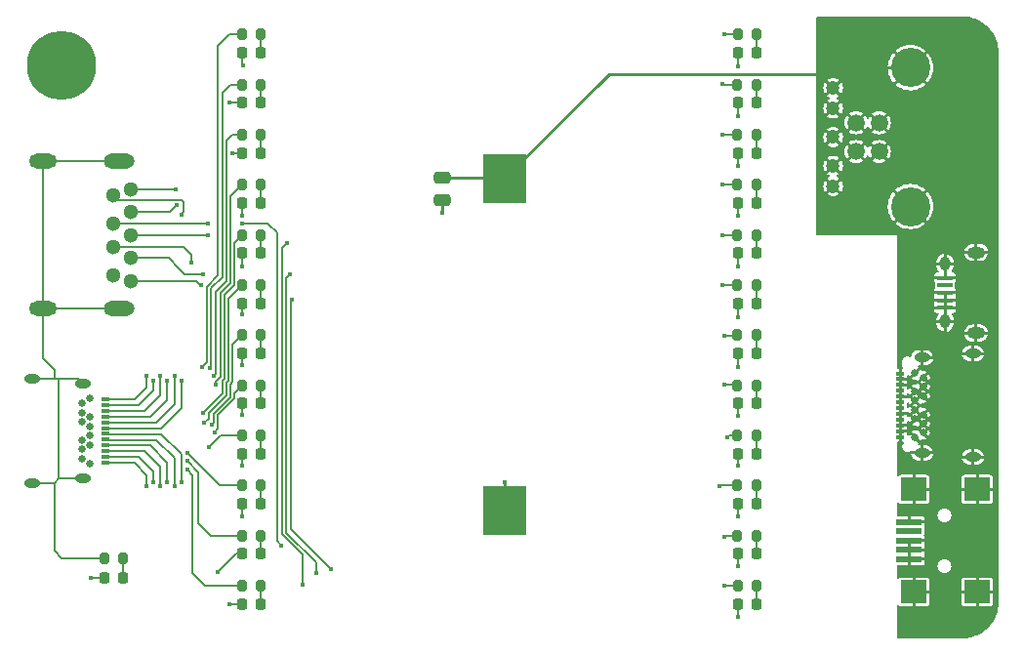
<source format=gbr>
%TF.GenerationSoftware,KiCad,Pcbnew,7.0.8*%
%TF.CreationDate,2024-05-30T14:18:45+02:00*%
%TF.ProjectId,usb_c_cable_tester,7573625f-635f-4636-9162-6c655f746573,2.2*%
%TF.SameCoordinates,Original*%
%TF.FileFunction,Copper,L1,Top*%
%TF.FilePolarity,Positive*%
%FSLAX46Y46*%
G04 Gerber Fmt 4.6, Leading zero omitted, Abs format (unit mm)*
G04 Created by KiCad (PCBNEW 7.0.8) date 2024-05-30 14:18:45*
%MOMM*%
%LPD*%
G01*
G04 APERTURE LIST*
G04 Aperture macros list*
%AMRoundRect*
0 Rectangle with rounded corners*
0 $1 Rounding radius*
0 $2 $3 $4 $5 $6 $7 $8 $9 X,Y pos of 4 corners*
0 Add a 4 corners polygon primitive as box body*
4,1,4,$2,$3,$4,$5,$6,$7,$8,$9,$2,$3,0*
0 Add four circle primitives for the rounded corners*
1,1,$1+$1,$2,$3*
1,1,$1+$1,$4,$5*
1,1,$1+$1,$6,$7*
1,1,$1+$1,$8,$9*
0 Add four rect primitives between the rounded corners*
20,1,$1+$1,$2,$3,$4,$5,0*
20,1,$1+$1,$4,$5,$6,$7,0*
20,1,$1+$1,$6,$7,$8,$9,0*
20,1,$1+$1,$8,$9,$2,$3,0*%
G04 Aperture macros list end*
%TA.AperFunction,SMDPad,CuDef*%
%ADD10RoundRect,0.218750X-0.218750X-0.256250X0.218750X-0.256250X0.218750X0.256250X-0.218750X0.256250X0*%
%TD*%
%TA.AperFunction,SMDPad,CuDef*%
%ADD11RoundRect,0.200000X-0.200000X-0.275000X0.200000X-0.275000X0.200000X0.275000X-0.200000X0.275000X0*%
%TD*%
%TA.AperFunction,SMDPad,CuDef*%
%ADD12R,1.350000X0.400000*%
%TD*%
%TA.AperFunction,ComponentPad*%
%ADD13O,1.550000X1.000000*%
%TD*%
%TA.AperFunction,ComponentPad*%
%ADD14O,0.950000X1.250000*%
%TD*%
%TA.AperFunction,SMDPad,CuDef*%
%ADD15R,2.200000X0.500000*%
%TD*%
%TA.AperFunction,SMDPad,CuDef*%
%ADD16R,2.200000X2.000000*%
%TD*%
%TA.AperFunction,ComponentPad*%
%ADD17C,6.000000*%
%TD*%
%TA.AperFunction,SMDPad,CuDef*%
%ADD18R,0.700000X0.300000*%
%TD*%
%TA.AperFunction,ComponentPad*%
%ADD19C,0.650000*%
%TD*%
%TA.AperFunction,ComponentPad*%
%ADD20O,1.400000X0.800000*%
%TD*%
%TA.AperFunction,SMDPad,CuDef*%
%ADD21RoundRect,0.250000X-0.475000X0.250000X-0.475000X-0.250000X0.475000X-0.250000X0.475000X0.250000X0*%
%TD*%
%TA.AperFunction,ComponentPad*%
%ADD22C,1.500000*%
%TD*%
%TA.AperFunction,ComponentPad*%
%ADD23C,1.200000*%
%TD*%
%TA.AperFunction,ComponentPad*%
%ADD24C,3.400000*%
%TD*%
%TA.AperFunction,SMDPad,CuDef*%
%ADD25R,3.800000X4.200000*%
%TD*%
%TA.AperFunction,ComponentPad*%
%ADD26C,1.300000*%
%TD*%
%TA.AperFunction,ComponentPad*%
%ADD27O,2.700000X1.300000*%
%TD*%
%TA.AperFunction,ComponentPad*%
%ADD28O,2.400000X1.300000*%
%TD*%
%TA.AperFunction,ViaPad*%
%ADD29C,0.400000*%
%TD*%
%TA.AperFunction,Conductor*%
%ADD30C,0.150000*%
%TD*%
%TA.AperFunction,Conductor*%
%ADD31C,0.254000*%
%TD*%
G04 APERTURE END LIST*
D10*
%TO.P,D21,1,K*%
%TO.N,GND*%
X65250000Y-121750000D03*
%TO.P,D21,2,A*%
%TO.N,Net-(D21-A)*%
X66825000Y-121750000D03*
%TD*%
D11*
%TO.P,R4,1*%
%TO.N,/TX2-*%
X77175000Y-113709086D03*
%TO.P,R4,2*%
%TO.N,Net-(D4-A)*%
X78825000Y-113709086D03*
%TD*%
D12*
%TO.P,J3,1,VBUS*%
%TO.N,+3V3*%
X138150000Y-98300000D03*
%TO.P,J3,2,D-*%
X138150000Y-97650000D03*
%TO.P,J3,3,D+*%
X138150000Y-97000000D03*
%TO.P,J3,4,ID*%
%TO.N,unconnected-(J3-ID-Pad4)*%
X138150000Y-96350000D03*
%TO.P,J3,5,GND*%
%TO.N,+3V3*%
X138150000Y-95700000D03*
D13*
%TO.P,J3,6,Shield*%
X140850000Y-100500000D03*
D14*
X138150000Y-99500000D03*
X138150000Y-94500000D03*
D13*
X140850000Y-93500000D03*
%TD*%
D15*
%TO.P,J5,1,VBUS*%
%TO.N,+3V3*%
X135050000Y-120100000D03*
%TO.P,J5,2,D-*%
X135050000Y-119300000D03*
%TO.P,J5,3,D+*%
X135050000Y-118500000D03*
%TO.P,J5,4,ID*%
%TO.N,unconnected-(J5-ID-Pad4)*%
X135050000Y-117700000D03*
%TO.P,J5,5,GND*%
%TO.N,+3V3*%
X135050000Y-116900000D03*
D16*
%TO.P,J5,6,Shield*%
X135450000Y-122950000D03*
X140950000Y-122950000D03*
X135450000Y-114050000D03*
X140950000Y-114050000D03*
%TD*%
D11*
%TO.P,R25,1*%
%TO.N,/GND_B12*%
X77175000Y-74600000D03*
%TO.P,R25,2*%
%TO.N,Net-(D25-A)*%
X78825000Y-74600000D03*
%TD*%
D10*
%TO.P,D25,1,K*%
%TO.N,GND*%
X77212500Y-76173913D03*
%TO.P,D25,2,A*%
%TO.N,Net-(D25-A)*%
X78787500Y-76173913D03*
%TD*%
D11*
%TO.P,R7,1*%
%TO.N,/TX1+*%
X120135000Y-78945454D03*
%TO.P,R7,2*%
%TO.N,Net-(D7-A)*%
X121785000Y-78945454D03*
%TD*%
%TO.P,R20,1*%
%TO.N,/VBUS_A4*%
X120135000Y-87636362D03*
%TO.P,R20,2*%
%TO.N,Net-(D20-A)*%
X121785000Y-87636362D03*
%TD*%
%TO.P,R16,1*%
%TO.N,/CC1*%
X120135000Y-91981816D03*
%TO.P,R16,2*%
%TO.N,Net-(D16-A)*%
X121785000Y-91981816D03*
%TD*%
D10*
%TO.P,D11,1,K*%
%TO.N,GND*%
X77212500Y-102260869D03*
%TO.P,D11,2,A*%
%TO.N,Net-(D11-A)*%
X78787500Y-102260869D03*
%TD*%
%TO.P,D8,1,K*%
%TO.N,GND*%
X120212500Y-84869565D03*
%TO.P,D8,2,A*%
%TO.N,Net-(D8-A)*%
X121787500Y-84869565D03*
%TD*%
D11*
%TO.P,R8,1*%
%TO.N,/TX1-*%
X120135000Y-83290908D03*
%TO.P,R8,2*%
%TO.N,Net-(D8-A)*%
X121785000Y-83290908D03*
%TD*%
%TO.P,R17,1*%
%TO.N,/SBU1*%
X120135000Y-105018178D03*
%TO.P,R17,2*%
%TO.N,Net-(D17-A)*%
X121785000Y-105018178D03*
%TD*%
%TO.P,R5,1*%
%TO.N,/RX2+*%
X120135000Y-118054540D03*
%TO.P,R5,2*%
%TO.N,Net-(D5-A)*%
X121785000Y-118054540D03*
%TD*%
D17*
%TO.P,REF\u002A\u002A,1*%
%TO.N,N/C*%
X61500000Y-77250000D03*
%TD*%
D18*
%TO.P,J2,A1,GND*%
%TO.N,/GND_A1*%
X65310000Y-106240000D03*
%TO.P,J2,A2,TX1+*%
%TO.N,/TX1+*%
X65310000Y-106740000D03*
%TO.P,J2,A3,TX1-*%
%TO.N,/TX1-*%
X65310000Y-107240000D03*
%TO.P,J2,A4,VBUS*%
%TO.N,/VBUS_A4*%
X65310000Y-107740000D03*
%TO.P,J2,A5,CC1*%
%TO.N,/CC1*%
X65310000Y-108240000D03*
%TO.P,J2,A6,D+*%
%TO.N,/D+_A*%
X65310000Y-108740000D03*
%TO.P,J2,A7,D-*%
%TO.N,/D-_A*%
X65310000Y-109240000D03*
%TO.P,J2,A8,SBU1*%
%TO.N,/SBU1*%
X65310000Y-109740000D03*
%TO.P,J2,A9,VBUS*%
%TO.N,/VBUS_A9*%
X65310000Y-110240000D03*
%TO.P,J2,A10,RX2-*%
%TO.N,/RX2-*%
X65310000Y-110740000D03*
%TO.P,J2,A11,RX2+*%
%TO.N,/RX2+*%
X65310000Y-111240000D03*
%TO.P,J2,A12,GND*%
%TO.N,/GND_A12*%
X65310000Y-111740000D03*
D19*
%TO.P,J2,B1,GND*%
%TO.N,/GND_B1*%
X64000000Y-111790000D03*
%TO.P,J2,B2,TX2+*%
%TO.N,/TX2+*%
X63300000Y-111390000D03*
%TO.P,J2,B3,TX2-*%
%TO.N,/TX2-*%
X63300000Y-110590000D03*
%TO.P,J2,B4,VBUS*%
%TO.N,/VBUS_B4*%
X64000000Y-110190000D03*
%TO.P,J2,B5,CC2*%
%TO.N,/CC2*%
X63300000Y-109790000D03*
%TO.P,J2,B6,D+*%
%TO.N,/D+_B*%
X64000000Y-109390000D03*
%TO.P,J2,B7,D-*%
%TO.N,/D-_B*%
X64000000Y-108590000D03*
%TO.P,J2,B8,SBU2*%
%TO.N,/SBU2*%
X63300000Y-108190000D03*
%TO.P,J2,B9,VBUS*%
%TO.N,/VBUS_B9*%
X64000000Y-107790000D03*
%TO.P,J2,B10,RX1-*%
%TO.N,/RX1-*%
X63300000Y-107390000D03*
%TO.P,J2,B11,RX1+*%
%TO.N,/RX1+*%
X63300000Y-106590000D03*
%TO.P,J2,B12,GND*%
%TO.N,/GND_B12*%
X64000000Y-106190000D03*
D20*
%TO.P,J2,S1,SHIELD*%
%TO.N,/SHLD*%
X59000000Y-104500000D03*
X63400000Y-104860000D03*
X63400000Y-113120000D03*
X59000000Y-113480000D03*
%TD*%
D10*
%TO.P,D5,1,K*%
%TO.N,GND*%
X120212500Y-119652173D03*
%TO.P,D5,2,A*%
%TO.N,Net-(D5-A)*%
X121787500Y-119652173D03*
%TD*%
%TO.P,D9,1,K*%
%TO.N,GND*%
X77212500Y-80521739D03*
%TO.P,D9,2,A*%
%TO.N,Net-(D9-A)*%
X78787500Y-80521739D03*
%TD*%
D21*
%TO.P,C1,1*%
%TO.N,+3V3*%
X94500000Y-87050000D03*
%TO.P,C1,2*%
%TO.N,GND*%
X94500000Y-88950000D03*
%TD*%
D10*
%TO.P,D12,1,K*%
%TO.N,GND*%
X120212500Y-97913043D03*
%TO.P,D12,2,A*%
%TO.N,Net-(D12-A)*%
X121787500Y-97913043D03*
%TD*%
%TO.P,D16,1,K*%
%TO.N,GND*%
X120212500Y-93565217D03*
%TO.P,D16,2,A*%
%TO.N,Net-(D16-A)*%
X121787500Y-93565217D03*
%TD*%
D11*
%TO.P,R24,1*%
%TO.N,/GND_B1*%
X77175000Y-122400000D03*
%TO.P,R24,2*%
%TO.N,Net-(D24-A)*%
X78825000Y-122400000D03*
%TD*%
D10*
%TO.P,D10,1,K*%
%TO.N,GND*%
X77212500Y-84869565D03*
%TO.P,D10,2,A*%
%TO.N,Net-(D10-A)*%
X78787500Y-84869565D03*
%TD*%
%TO.P,D4,1,K*%
%TO.N,GND*%
X77212500Y-115304347D03*
%TO.P,D4,2,A*%
%TO.N,Net-(D4-A)*%
X78787500Y-115304347D03*
%TD*%
D11*
%TO.P,R14,1*%
%TO.N,/D-_A*%
X120135000Y-100672724D03*
%TO.P,R14,2*%
%TO.N,Net-(D14-A)*%
X121785000Y-100672724D03*
%TD*%
D10*
%TO.P,D14,1,K*%
%TO.N,GND*%
X120212500Y-102260869D03*
%TO.P,D14,2,A*%
%TO.N,Net-(D14-A)*%
X121787500Y-102260869D03*
%TD*%
D11*
%TO.P,R1,1*%
%TO.N,/VBUS_B4*%
X77175000Y-109363632D03*
%TO.P,R1,2*%
%TO.N,Net-(D1-A)*%
X78825000Y-109363632D03*
%TD*%
D18*
%TO.P,J1,A1,GND*%
%TO.N,+3V3*%
X134250000Y-109500000D03*
%TO.P,J1,A2,TX1+*%
X134250000Y-109000000D03*
%TO.P,J1,A3,TX1-*%
X134250000Y-108500000D03*
%TO.P,J1,A4,VBUS*%
X134250000Y-108000000D03*
%TO.P,J1,A5,CC1*%
X134250000Y-107500000D03*
%TO.P,J1,A6,D+*%
X134250000Y-107000000D03*
%TO.P,J1,A7,D-*%
X134250000Y-106500000D03*
%TO.P,J1,A8,SBU1*%
X134250000Y-106000000D03*
%TO.P,J1,A9,VBUS*%
X134250000Y-105500000D03*
%TO.P,J1,A10,RX2-*%
X134250000Y-105000000D03*
%TO.P,J1,A11,RX2+*%
X134250000Y-104500000D03*
%TO.P,J1,A12,GND*%
X134250000Y-104000000D03*
D19*
%TO.P,J1,B1,GND*%
X135560000Y-103950000D03*
%TO.P,J1,B2,TX2+*%
X136260000Y-104350000D03*
%TO.P,J1,B3,TX2-*%
X136260000Y-105150000D03*
%TO.P,J1,B4,VBUS*%
X135560000Y-105550000D03*
%TO.P,J1,B5,CC2*%
X136260000Y-105950000D03*
%TO.P,J1,B6,D+*%
X135560000Y-106350000D03*
%TO.P,J1,B7,D-*%
X135560000Y-107150000D03*
%TO.P,J1,B8,SBU2*%
X136260000Y-107550000D03*
%TO.P,J1,B9,VBUS*%
X135560000Y-107950000D03*
%TO.P,J1,B10,RX1-*%
X136260000Y-108350000D03*
%TO.P,J1,B11,RX1+*%
X136260000Y-109150000D03*
%TO.P,J1,B12,GND*%
X135560000Y-109550000D03*
D20*
%TO.P,J1,S1,SHIELD*%
X140560000Y-111240000D03*
X136160000Y-110880000D03*
X136160000Y-102620000D03*
X140560000Y-102260000D03*
%TD*%
D11*
%TO.P,R13,1*%
%TO.N,/D-_B*%
X77175000Y-96327270D03*
%TO.P,R13,2*%
%TO.N,Net-(D13-A)*%
X78825000Y-96327270D03*
%TD*%
D10*
%TO.P,D2,1,K*%
%TO.N,GND*%
X77212500Y-89217391D03*
%TO.P,D2,2,A*%
%TO.N,Net-(D2-A)*%
X78787500Y-89217391D03*
%TD*%
%TO.P,D15,1,K*%
%TO.N,GND*%
X77212500Y-106608695D03*
%TO.P,D15,2,A*%
%TO.N,Net-(D15-A)*%
X78787500Y-106608695D03*
%TD*%
D22*
%TO.P,J4,1,VBUS*%
%TO.N,+3V3*%
X130435000Y-82250000D03*
%TO.P,J4,2,D-*%
X130435000Y-84750000D03*
%TO.P,J4,3,D+*%
X132445000Y-84750000D03*
%TO.P,J4,4,GND*%
X132445000Y-82250000D03*
D23*
%TO.P,J4,5,SSTX-*%
X128445000Y-87750000D03*
%TO.P,J4,6,SSTX+*%
X128445000Y-86000000D03*
%TO.P,J4,7,DRAIN*%
X128445000Y-83500000D03*
%TO.P,J4,8,SSRX-*%
X128445000Y-81000000D03*
%TO.P,J4,9,SSRX+*%
X128445000Y-79250000D03*
D24*
%TO.P,J4,10,SHIELD*%
X135145000Y-89520000D03*
X135145000Y-77480000D03*
%TD*%
D10*
%TO.P,D22,1,K*%
%TO.N,GND*%
X120212500Y-76173913D03*
%TO.P,D22,2,A*%
%TO.N,Net-(D22-A)*%
X121787500Y-76173913D03*
%TD*%
D25*
%TO.P,BT1,1,+*%
%TO.N,+3V3*%
X100000000Y-87110000D03*
%TO.P,BT1,2,-*%
%TO.N,GND*%
X100000000Y-115890000D03*
%TD*%
D11*
%TO.P,R18,1*%
%TO.N,/SBU2*%
X77175000Y-91981816D03*
%TO.P,R18,2*%
%TO.N,Net-(D18-A)*%
X78825000Y-91981816D03*
%TD*%
%TO.P,R23,1*%
%TO.N,/GND_A12*%
X120175000Y-122400000D03*
%TO.P,R23,2*%
%TO.N,Net-(D23-A)*%
X121825000Y-122400000D03*
%TD*%
D10*
%TO.P,D6,1,K*%
%TO.N,GND*%
X120212500Y-115304347D03*
%TO.P,D6,2,A*%
%TO.N,Net-(D6-A)*%
X121787500Y-115304347D03*
%TD*%
D26*
%TO.P,J6,1,VBUS*%
%TO.N,/VBUS_A4*%
X66000000Y-88500000D03*
%TO.P,J6,2,D-*%
%TO.N,/D-_A*%
X66000000Y-91000000D03*
%TO.P,J6,3,D+*%
%TO.N,/D+_A*%
X66000000Y-93000000D03*
%TO.P,J6,4,GND*%
%TO.N,/GND_A1*%
X66000000Y-95500000D03*
%TO.P,J6,5,SSRX-*%
%TO.N,/RX2-*%
X67500000Y-96000000D03*
%TO.P,J6,6,SSRX+*%
%TO.N,/RX2+*%
X67500000Y-94000000D03*
%TO.P,J6,7,DRAIN*%
%TO.N,/GND_A12*%
X67500000Y-92000000D03*
%TO.P,J6,8,SSTX-*%
%TO.N,/TX1-*%
X67500000Y-90000000D03*
%TO.P,J6,9,SSTX+*%
%TO.N,/TX1+*%
X67500000Y-88000000D03*
D27*
%TO.P,J6,10,SHIELD*%
%TO.N,/SHLD*%
X66500000Y-85600000D03*
D28*
X59900000Y-85600000D03*
D27*
X66500000Y-98400000D03*
D28*
X59900000Y-98400000D03*
%TD*%
D10*
%TO.P,D20,1,K*%
%TO.N,GND*%
X120212500Y-89217391D03*
%TO.P,D20,2,A*%
%TO.N,Net-(D20-A)*%
X121787500Y-89217391D03*
%TD*%
D11*
%TO.P,R2,1*%
%TO.N,/VBUS_B9*%
X77175000Y-87636362D03*
%TO.P,R2,2*%
%TO.N,Net-(D2-A)*%
X78825000Y-87636362D03*
%TD*%
D10*
%TO.P,D17,1,K*%
%TO.N,GND*%
X120212500Y-106608695D03*
%TO.P,D17,2,A*%
%TO.N,Net-(D17-A)*%
X121787500Y-106608695D03*
%TD*%
D11*
%TO.P,R10,1*%
%TO.N,/RX1-*%
X77175000Y-83290908D03*
%TO.P,R10,2*%
%TO.N,Net-(D10-A)*%
X78825000Y-83290908D03*
%TD*%
%TO.P,R3,1*%
%TO.N,/TX2+*%
X77175000Y-118054540D03*
%TO.P,R3,2*%
%TO.N,Net-(D3-A)*%
X78825000Y-118054540D03*
%TD*%
D10*
%TO.P,D23,1,K*%
%TO.N,GND*%
X120212500Y-124000000D03*
%TO.P,D23,2,A*%
%TO.N,Net-(D23-A)*%
X121787500Y-124000000D03*
%TD*%
D11*
%TO.P,R19,1*%
%TO.N,/VBUS_A9*%
X120135000Y-109363632D03*
%TO.P,R19,2*%
%TO.N,Net-(D19-A)*%
X121785000Y-109363632D03*
%TD*%
%TO.P,R12,1*%
%TO.N,/D+_A*%
X120135000Y-96327270D03*
%TO.P,R12,2*%
%TO.N,Net-(D12-A)*%
X121785000Y-96327270D03*
%TD*%
%TO.P,R9,1*%
%TO.N,/RX1+*%
X77175000Y-78945454D03*
%TO.P,R9,2*%
%TO.N,Net-(D9-A)*%
X78825000Y-78945454D03*
%TD*%
D10*
%TO.P,D1,1,K*%
%TO.N,GND*%
X77212500Y-110956521D03*
%TO.P,D1,2,A*%
%TO.N,Net-(D1-A)*%
X78787500Y-110956521D03*
%TD*%
D11*
%TO.P,R22,1*%
%TO.N,/GND_A1*%
X120175000Y-74600000D03*
%TO.P,R22,2*%
%TO.N,Net-(D22-A)*%
X121825000Y-74600000D03*
%TD*%
D10*
%TO.P,D19,1,K*%
%TO.N,GND*%
X120212500Y-110956521D03*
%TO.P,D19,2,A*%
%TO.N,Net-(D19-A)*%
X121787500Y-110956521D03*
%TD*%
D11*
%TO.P,R15,1*%
%TO.N,/CC2*%
X77175000Y-105018178D03*
%TO.P,R15,2*%
%TO.N,Net-(D15-A)*%
X78825000Y-105018178D03*
%TD*%
D10*
%TO.P,D7,1,K*%
%TO.N,GND*%
X120212500Y-80521739D03*
%TO.P,D7,2,A*%
%TO.N,Net-(D7-A)*%
X121787500Y-80521739D03*
%TD*%
D11*
%TO.P,R21,1*%
%TO.N,/SHLD*%
X65212500Y-120000000D03*
%TO.P,R21,2*%
%TO.N,Net-(D21-A)*%
X66862500Y-120000000D03*
%TD*%
D10*
%TO.P,D3,1,K*%
%TO.N,GND*%
X77212500Y-119652173D03*
%TO.P,D3,2,A*%
%TO.N,Net-(D3-A)*%
X78787500Y-119652173D03*
%TD*%
%TO.P,D24,1,K*%
%TO.N,GND*%
X77212500Y-124000000D03*
%TO.P,D24,2,A*%
%TO.N,Net-(D24-A)*%
X78787500Y-124000000D03*
%TD*%
%TO.P,D13,1,K*%
%TO.N,GND*%
X77212500Y-97913043D03*
%TO.P,D13,2,A*%
%TO.N,Net-(D13-A)*%
X78787500Y-97913043D03*
%TD*%
D11*
%TO.P,R6,1*%
%TO.N,/RX2-*%
X120135000Y-113709086D03*
%TO.P,R6,2*%
%TO.N,Net-(D6-A)*%
X121785000Y-113709086D03*
%TD*%
%TO.P,R11,1*%
%TO.N,/D+_B*%
X77175000Y-100672724D03*
%TO.P,R11,2*%
%TO.N,Net-(D11-A)*%
X78825000Y-100672724D03*
%TD*%
D10*
%TO.P,D18,1,K*%
%TO.N,GND*%
X77212500Y-93565217D03*
%TO.P,D18,2,A*%
%TO.N,Net-(D18-A)*%
X78787500Y-93565217D03*
%TD*%
D29*
%TO.N,GND*%
X120200000Y-107700000D03*
X76100000Y-124000000D03*
X94500000Y-90100000D03*
X77200000Y-116400000D03*
X77300000Y-77300000D03*
X77200000Y-112000000D03*
X120200000Y-86000000D03*
X120200000Y-103400000D03*
X120200000Y-116400000D03*
X120200000Y-81700000D03*
X100000000Y-113400000D03*
X120200000Y-99100000D03*
X75100000Y-121200000D03*
X77200000Y-103300000D03*
X77200000Y-98900000D03*
X120200000Y-112000000D03*
X77200000Y-107600000D03*
X120200000Y-90300000D03*
X120200000Y-77400000D03*
X120200000Y-94700000D03*
X120200000Y-120700000D03*
X77200000Y-90300000D03*
X64100000Y-121700000D03*
X77200000Y-94700000D03*
X76100000Y-80500000D03*
X120200000Y-125100000D03*
X76300000Y-84900000D03*
%TO.N,/GND_A1*%
X119000000Y-74600000D03*
X68900000Y-104200000D03*
%TO.N,/TX1+*%
X118800000Y-78900000D03*
X69500000Y-104600000D03*
X71400000Y-88000000D03*
%TO.N,/TX1-*%
X71500000Y-89400000D03*
X70100000Y-104200000D03*
X118800000Y-83300000D03*
%TO.N,/VBUS_A4*%
X71900000Y-90200000D03*
X118800000Y-87600000D03*
X70700000Y-104600000D03*
%TO.N,/CC1*%
X71300000Y-104200000D03*
X118800000Y-92000000D03*
%TO.N,/D+_A*%
X71900000Y-104600000D03*
X118800000Y-96300000D03*
X72800000Y-94400000D03*
%TO.N,/D-_A*%
X74200000Y-91000000D03*
X119000000Y-100700000D03*
X71900000Y-113400000D03*
X77200000Y-91000000D03*
X80600000Y-118900000D03*
%TO.N,/VBUS_B9*%
X74900000Y-105000000D03*
%TO.N,/VBUS_A9*%
X70700000Y-113400000D03*
X119300000Y-109500000D03*
%TO.N,/RX2-*%
X73600000Y-96300000D03*
X81500000Y-97600000D03*
X70100000Y-113800000D03*
X84900000Y-121000000D03*
X118600000Y-113800000D03*
%TO.N,/RX2+*%
X73800000Y-95400000D03*
X83600000Y-121300000D03*
X81300000Y-95400000D03*
X119000000Y-118200000D03*
X69500000Y-113400000D03*
%TO.N,/GND_A12*%
X82400000Y-122300000D03*
X68900000Y-113800000D03*
X74200000Y-92000000D03*
X119000000Y-122400000D03*
X81100000Y-92700000D03*
%TO.N,/GND_B1*%
X72400000Y-112300000D03*
%TO.N,/TX2+*%
X72400000Y-111600000D03*
%TO.N,/TX2-*%
X72400000Y-110900000D03*
%TO.N,/VBUS_B4*%
X74300000Y-110400000D03*
%TO.N,/CC2*%
X74800000Y-109100000D03*
%TO.N,/D-_B*%
X73900000Y-108300000D03*
%TO.N,/RX1-*%
X74700000Y-104200000D03*
%TO.N,/RX1+*%
X74400000Y-103500000D03*
%TO.N,/GND_B12*%
X73700000Y-103400000D03*
%TO.N,/SBU1*%
X71300000Y-113800000D03*
X119000000Y-105000000D03*
%TO.N,/D+_B*%
X74600000Y-108400000D03*
%TO.N,/SBU2*%
X73800000Y-107400000D03*
%TD*%
D30*
%TO.N,Net-(D1-A)*%
X78787500Y-110956521D02*
X78787500Y-109401132D01*
X78787500Y-109401132D02*
X78825000Y-109363632D01*
%TO.N,Net-(D2-A)*%
X78787500Y-89217391D02*
X78787500Y-87673862D01*
X78787500Y-87673862D02*
X78825000Y-87636362D01*
D31*
%TO.N,GND*%
X100000000Y-116000000D02*
X100000000Y-113400000D01*
D30*
X77212500Y-97913043D02*
X77212500Y-98887500D01*
X120212500Y-84869565D02*
X120212500Y-85987500D01*
X120212500Y-102260869D02*
X120212500Y-103387500D01*
X120212500Y-120687500D02*
X120200000Y-120700000D01*
X120212500Y-107687500D02*
X120200000Y-107700000D01*
X77212500Y-103287500D02*
X77200000Y-103300000D01*
X120212500Y-115304347D02*
X120212500Y-116387500D01*
X120212500Y-81687500D02*
X120200000Y-81700000D01*
X77212500Y-84869565D02*
X76330435Y-84869565D01*
X120212500Y-97913043D02*
X120212500Y-99087500D01*
D31*
X94500000Y-88950000D02*
X94500000Y-90100000D01*
D30*
X77212500Y-89217391D02*
X77212500Y-90287500D01*
X77212500Y-110956521D02*
X77212500Y-111987500D01*
X77212500Y-77212500D02*
X77300000Y-77300000D01*
X65250000Y-121750000D02*
X64150000Y-121750000D01*
X77212500Y-106608695D02*
X77212500Y-107587500D01*
X77212500Y-115304347D02*
X77212500Y-116387500D01*
X77212500Y-94687500D02*
X77200000Y-94700000D01*
X120212500Y-111987500D02*
X120200000Y-112000000D01*
X76121739Y-80521739D02*
X76100000Y-80500000D01*
X120212500Y-103387500D02*
X120200000Y-103400000D01*
X120212500Y-90287500D02*
X120200000Y-90300000D01*
X120212500Y-80521739D02*
X120212500Y-81687500D01*
X76330435Y-84869565D02*
X76300000Y-84900000D01*
X120212500Y-106608695D02*
X120212500Y-107687500D01*
X120212500Y-124000000D02*
X120212500Y-125087500D01*
X76647827Y-119652173D02*
X75100000Y-121200000D01*
X120212500Y-85987500D02*
X120200000Y-86000000D01*
X77212500Y-119652173D02*
X76647827Y-119652173D01*
X77212500Y-90287500D02*
X77200000Y-90300000D01*
X77212500Y-107587500D02*
X77200000Y-107600000D01*
X77212500Y-98887500D02*
X77200000Y-98900000D01*
X120212500Y-93565217D02*
X120212500Y-94687500D01*
X120212500Y-94687500D02*
X120200000Y-94700000D01*
X77212500Y-102260869D02*
X77212500Y-103287500D01*
X120212500Y-77387500D02*
X120200000Y-77400000D01*
X120212500Y-110956521D02*
X120212500Y-111987500D01*
X120212500Y-99087500D02*
X120200000Y-99100000D01*
X120212500Y-76173913D02*
X120212500Y-77387500D01*
X120212500Y-89217391D02*
X120212500Y-90287500D01*
X77212500Y-80521739D02*
X76121739Y-80521739D01*
X120212500Y-116387500D02*
X120200000Y-116400000D01*
X64150000Y-121750000D02*
X64100000Y-121700000D01*
X120212500Y-119652173D02*
X120212500Y-120687500D01*
X77212500Y-116387500D02*
X77200000Y-116400000D01*
X77212500Y-93565217D02*
X77212500Y-94687500D01*
X77212500Y-111987500D02*
X77200000Y-112000000D01*
X77212500Y-76173913D02*
X77212500Y-77212500D01*
X120212500Y-125087500D02*
X120200000Y-125100000D01*
X77212500Y-124000000D02*
X76100000Y-124000000D01*
%TO.N,Net-(D3-A)*%
X78787500Y-119652173D02*
X78787500Y-118092040D01*
X78787500Y-118092040D02*
X78825000Y-118054540D01*
%TO.N,Net-(D4-A)*%
X78787500Y-115304347D02*
X78787500Y-113746586D01*
X78787500Y-113746586D02*
X78825000Y-113709086D01*
%TO.N,Net-(D5-A)*%
X121787500Y-119652173D02*
X121787500Y-118057040D01*
X121787500Y-118057040D02*
X121785000Y-118054540D01*
%TO.N,Net-(D6-A)*%
X121787500Y-115304347D02*
X121787500Y-113711586D01*
X121787500Y-113711586D02*
X121785000Y-113709086D01*
%TO.N,Net-(D7-A)*%
X121787500Y-80521739D02*
X121787500Y-78947954D01*
X121787500Y-78947954D02*
X121785000Y-78945454D01*
%TO.N,Net-(D8-A)*%
X121787500Y-84869565D02*
X121787500Y-83293408D01*
X121787500Y-83293408D02*
X121785000Y-83290908D01*
%TO.N,Net-(D9-A)*%
X78787500Y-78982954D02*
X78825000Y-78945454D01*
X78787500Y-80521739D02*
X78787500Y-78982954D01*
D31*
%TO.N,+3V3*%
X94500000Y-87050000D02*
X99950000Y-87050000D01*
X130820000Y-77480000D02*
X135210000Y-77480000D01*
X129900000Y-78000000D02*
X130100000Y-78200000D01*
X130100000Y-78200000D02*
X130820000Y-77480000D01*
X109000000Y-78000000D02*
X129900000Y-78000000D01*
X100000000Y-87000000D02*
X109000000Y-78000000D01*
X99950000Y-87050000D02*
X100000000Y-87000000D01*
D30*
%TO.N,Net-(D10-A)*%
X78787500Y-84869565D02*
X78787500Y-83328408D01*
X78787500Y-83328408D02*
X78825000Y-83290908D01*
%TO.N,Net-(D11-A)*%
X78787500Y-100710224D02*
X78825000Y-100672724D01*
X78787500Y-102260869D02*
X78787500Y-100710224D01*
%TO.N,Net-(D12-A)*%
X121787500Y-96329770D02*
X121785000Y-96327270D01*
X121787500Y-97913043D02*
X121787500Y-96329770D01*
%TO.N,Net-(D13-A)*%
X78787500Y-96364770D02*
X78825000Y-96327270D01*
X78787500Y-97913043D02*
X78787500Y-96364770D01*
%TO.N,Net-(D14-A)*%
X121787500Y-100675224D02*
X121785000Y-100672724D01*
X121787500Y-102260869D02*
X121787500Y-100675224D01*
%TO.N,Net-(D15-A)*%
X78787500Y-105055678D02*
X78825000Y-105018178D01*
X78787500Y-106608695D02*
X78787500Y-105055678D01*
%TO.N,Net-(D16-A)*%
X121787500Y-93565217D02*
X121787500Y-91984316D01*
X121787500Y-91984316D02*
X121785000Y-91981816D01*
%TO.N,Net-(D17-A)*%
X121787500Y-105020678D02*
X121785000Y-105018178D01*
X121787500Y-106608695D02*
X121787500Y-105020678D01*
%TO.N,Net-(D18-A)*%
X78787500Y-93565217D02*
X78787500Y-92019316D01*
X78787500Y-92019316D02*
X78825000Y-91981816D01*
%TO.N,Net-(D19-A)*%
X121787500Y-110956521D02*
X121787500Y-109366132D01*
X121787500Y-109366132D02*
X121785000Y-109363632D01*
%TO.N,Net-(D20-A)*%
X121787500Y-89217391D02*
X121787500Y-87638862D01*
X121787500Y-87638862D02*
X121785000Y-87636362D01*
%TO.N,Net-(D21-A)*%
X66862500Y-120000000D02*
X66862500Y-121712500D01*
X66862500Y-121712500D02*
X66825000Y-121750000D01*
%TO.N,Net-(D22-A)*%
X121787500Y-74637500D02*
X121825000Y-74600000D01*
X121787500Y-76173913D02*
X121787500Y-74637500D01*
%TO.N,Net-(D23-A)*%
X121787500Y-122437500D02*
X121825000Y-122400000D01*
X121787500Y-124000000D02*
X121787500Y-122437500D01*
%TO.N,Net-(D24-A)*%
X78787500Y-124000000D02*
X78787500Y-122437500D01*
X78787500Y-122437500D02*
X78825000Y-122400000D01*
%TO.N,Net-(D25-A)*%
X78787500Y-76173913D02*
X78787500Y-74637500D01*
X78787500Y-74637500D02*
X78825000Y-74600000D01*
%TO.N,/GND_A1*%
X68900000Y-104200000D02*
X68900000Y-105200000D01*
X68900000Y-105200000D02*
X67850000Y-106250000D01*
X119000000Y-74600000D02*
X120175000Y-74600000D01*
X67850000Y-106250000D02*
X65210000Y-106250000D01*
%TO.N,/TX1+*%
X118800000Y-78900000D02*
X118845454Y-78945454D01*
X69500000Y-104600000D02*
X69500000Y-105500000D01*
X67525000Y-88000000D02*
X71400000Y-88000000D01*
X69500000Y-105500000D02*
X68250000Y-106750000D01*
X68250000Y-106750000D02*
X65210000Y-106750000D01*
X118845454Y-78945454D02*
X120135000Y-78945454D01*
%TO.N,/TX1-*%
X118800000Y-83300000D02*
X120125908Y-83300000D01*
X70100000Y-104200000D02*
X70100000Y-105900000D01*
X70100000Y-105900000D02*
X68750000Y-107250000D01*
X68750000Y-107250000D02*
X65210000Y-107250000D01*
X70900000Y-90000000D02*
X67525000Y-90000000D01*
X71500000Y-89400000D02*
X70900000Y-90000000D01*
X120125908Y-83300000D02*
X120135000Y-83290908D01*
%TO.N,/VBUS_A4*%
X118800000Y-87600000D02*
X120098638Y-87600000D01*
X66025000Y-88500000D02*
X66450000Y-88925000D01*
X72100000Y-90000000D02*
X71900000Y-90200000D01*
X72100000Y-89100000D02*
X72100000Y-90000000D01*
X70700000Y-104600000D02*
X70700000Y-106300000D01*
X69250000Y-107750000D02*
X65210000Y-107750000D01*
X66450000Y-88925000D02*
X71925000Y-88925000D01*
X120098638Y-87600000D02*
X120135000Y-87636362D01*
X71925000Y-88925000D02*
X72100000Y-89100000D01*
X70700000Y-106300000D02*
X69250000Y-107750000D01*
%TO.N,/CC1*%
X69750000Y-108250000D02*
X65210000Y-108250000D01*
X120116816Y-92000000D02*
X120135000Y-91981816D01*
X118800000Y-92000000D02*
X120116816Y-92000000D01*
X71300000Y-104200000D02*
X71300000Y-106700000D01*
X71300000Y-106700000D02*
X69750000Y-108250000D01*
%TO.N,/D+_A*%
X66025000Y-93000000D02*
X72100000Y-93000000D01*
X72100000Y-93000000D02*
X72800000Y-93700000D01*
X71900000Y-104600000D02*
X71900000Y-107000000D01*
X71900000Y-107000000D02*
X70150000Y-108750000D01*
X118800000Y-96300000D02*
X120107730Y-96300000D01*
X120107730Y-96300000D02*
X120135000Y-96327270D01*
X72800000Y-93700000D02*
X72800000Y-94400000D01*
X70150000Y-108750000D02*
X65210000Y-108750000D01*
%TO.N,/D-_A*%
X71900000Y-113400000D02*
X71900000Y-111000000D01*
X77200000Y-91000000D02*
X79400000Y-91000000D01*
X80200000Y-91800000D02*
X80200000Y-112300000D01*
X80200000Y-112300000D02*
X80200000Y-118500000D01*
X70150000Y-109250000D02*
X65210000Y-109250000D01*
X80200000Y-118500000D02*
X80600000Y-118900000D01*
X119000000Y-100700000D02*
X120107724Y-100700000D01*
X71900000Y-111000000D02*
X70150000Y-109250000D01*
X79400000Y-91000000D02*
X80200000Y-91800000D01*
X66025000Y-91000000D02*
X74200000Y-91000000D01*
X120107724Y-100700000D02*
X120135000Y-100672724D01*
%TO.N,/VBUS_B9*%
X76149501Y-88661861D02*
X77175000Y-87636362D01*
X74900000Y-104700000D02*
X75300000Y-104300000D01*
X76149501Y-96144768D02*
X76149501Y-88661861D01*
X74900000Y-105000000D02*
X74900000Y-104700000D01*
X75300000Y-104300000D02*
X75300000Y-96994270D01*
X75300000Y-96994270D02*
X76149501Y-96144768D01*
%TO.N,/VBUS_A9*%
X119300000Y-109500000D02*
X119436368Y-109363632D01*
X69250000Y-110250000D02*
X65210000Y-110250000D01*
X70700000Y-111700000D02*
X69250000Y-110250000D01*
X119436368Y-109363632D02*
X120135000Y-109363632D01*
X70700000Y-113400000D02*
X70700000Y-111700000D01*
%TO.N,/RX2-*%
X73500000Y-96300000D02*
X73600000Y-96300000D01*
X67525000Y-96000000D02*
X73200000Y-96000000D01*
X81400000Y-97700000D02*
X81500000Y-97600000D01*
X73400000Y-96200000D02*
X73500000Y-96300000D01*
X68750000Y-110750000D02*
X65210000Y-110750000D01*
X81400000Y-117500000D02*
X81400000Y-106800000D01*
X70100000Y-113800000D02*
X70100000Y-112100000D01*
X84900000Y-121000000D02*
X81400000Y-117500000D01*
X70100000Y-112100000D02*
X68750000Y-110750000D01*
X81400000Y-106800000D02*
X81400000Y-97700000D01*
X73200000Y-96000000D02*
X73400000Y-96200000D01*
X118600000Y-113800000D02*
X118690914Y-113709086D01*
X118690914Y-113709086D02*
X120135000Y-113709086D01*
%TO.N,/RX2+*%
X69500000Y-113400000D02*
X69500000Y-112500000D01*
X81000000Y-117800000D02*
X83600000Y-120400000D01*
X81000000Y-95700000D02*
X81000000Y-117800000D01*
X67525000Y-94000000D02*
X70800000Y-94000000D01*
X83600000Y-120400000D02*
X83600000Y-121300000D01*
X73700000Y-95400000D02*
X73800000Y-95400000D01*
X68250000Y-111250000D02*
X65210000Y-111250000D01*
X81300000Y-95400000D02*
X81000000Y-95700000D01*
X119145460Y-118054540D02*
X120135000Y-118054540D01*
X119000000Y-118200000D02*
X119145460Y-118054540D01*
X70800000Y-94000000D02*
X71700000Y-94900000D01*
X69500000Y-112500000D02*
X68250000Y-111250000D01*
X71700000Y-94900000D02*
X72200000Y-95400000D01*
X72200000Y-95400000D02*
X73700000Y-95400000D01*
%TO.N,/GND_A12*%
X81100000Y-92700000D02*
X80650499Y-93149501D01*
X67850000Y-111750000D02*
X65210000Y-111750000D01*
X82400000Y-119694270D02*
X82400000Y-122300000D01*
X67525000Y-92000000D02*
X74200000Y-92000000D01*
X119000000Y-122400000D02*
X120175000Y-122400000D01*
X68900000Y-113800000D02*
X68900000Y-112800000D01*
X80650499Y-93149501D02*
X80650499Y-117944769D01*
X68900000Y-112800000D02*
X67850000Y-111750000D01*
X80650499Y-117944769D02*
X82400000Y-119694270D01*
%TO.N,/GND_B1*%
X72900000Y-121300000D02*
X74000000Y-122400000D01*
X74000000Y-122400000D02*
X77175000Y-122400000D01*
X72900000Y-112800000D02*
X72900000Y-121300000D01*
X72400000Y-112300000D02*
X72900000Y-112800000D01*
%TO.N,/TX2+*%
X74454540Y-118054540D02*
X77175000Y-118054540D01*
X73400000Y-117000000D02*
X74454540Y-118054540D01*
X72400000Y-111600000D02*
X73400000Y-112600000D01*
X73400000Y-112600000D02*
X73400000Y-117000000D01*
%TO.N,/TX2-*%
X72400000Y-110900000D02*
X75209086Y-113709086D01*
X75209086Y-113709086D02*
X77175000Y-113709086D01*
%TO.N,/VBUS_B4*%
X74300000Y-110400000D02*
X75336368Y-109363632D01*
X75336368Y-109363632D02*
X77175000Y-109363632D01*
%TO.N,/CC2*%
X75100000Y-107582809D02*
X76500000Y-106182806D01*
X76500000Y-105693178D02*
X77175000Y-105018178D01*
X74800000Y-109100000D02*
X75100000Y-108800000D01*
X75100000Y-108800000D02*
X75100000Y-107582809D01*
X76500000Y-106182806D02*
X76500000Y-105693178D01*
%TO.N,/D-_B*%
X73900000Y-108300000D02*
X74300000Y-107900000D01*
X75800998Y-105893271D02*
X75800998Y-104787540D01*
X74300000Y-107900000D02*
X74300000Y-107394270D01*
X75999002Y-97503268D02*
X77175000Y-96327270D01*
X75999002Y-104589535D02*
X75999002Y-97503268D01*
X74300000Y-107394270D02*
X75800998Y-105893271D01*
X75800998Y-104787540D02*
X75999002Y-104589535D01*
%TO.N,/RX1-*%
X74900000Y-96900000D02*
X75800000Y-96000000D01*
X75800000Y-83800000D02*
X76309092Y-83290908D01*
X74900000Y-104000000D02*
X74900000Y-96900000D01*
X74700000Y-104200000D02*
X74900000Y-104000000D01*
X75800000Y-96000000D02*
X75800000Y-83800000D01*
X76309092Y-83290908D02*
X77175000Y-83290908D01*
%TO.N,/RX1+*%
X75450499Y-79649501D02*
X76154546Y-78945454D01*
X74400000Y-103500000D02*
X74500000Y-103400000D01*
X74500000Y-103400000D02*
X74500000Y-96600000D01*
X75450499Y-95649501D02*
X75450499Y-79649501D01*
X74500000Y-96600000D02*
X75450499Y-95649501D01*
X76154546Y-78945454D02*
X77175000Y-78945454D01*
%TO.N,/GND_B12*%
X75100998Y-95499002D02*
X75100998Y-75599002D01*
X75100998Y-75599002D02*
X76100000Y-74600000D01*
X74100000Y-103000000D02*
X74100000Y-96500000D01*
X73700000Y-103400000D02*
X74100000Y-103000000D01*
X76100000Y-74600000D02*
X77175000Y-74600000D01*
X74100000Y-96500000D02*
X75100998Y-95499002D01*
%TO.N,/SHLD*%
X63400000Y-113130000D02*
X63520001Y-113250001D01*
X62990000Y-104450000D02*
X63400000Y-104860000D01*
X60885000Y-113500000D02*
X60865000Y-113480000D01*
X60885000Y-119385000D02*
X61500000Y-120000000D01*
X59925000Y-98400000D02*
X59925000Y-85600000D01*
X61500000Y-120000000D02*
X65212500Y-120000000D01*
X63400000Y-104870000D02*
X62820000Y-104870000D01*
X60935000Y-103685000D02*
X59925000Y-102675000D01*
X63200000Y-113130000D02*
X63480000Y-113130000D01*
X66525000Y-85600000D02*
X59925000Y-85600000D01*
X59925000Y-102675000D02*
X59925000Y-98400000D01*
X61255000Y-113130000D02*
X63400000Y-113130000D01*
X60935000Y-104450000D02*
X61265000Y-104450000D01*
X63520001Y-104749999D02*
X63400000Y-104870000D01*
X61255000Y-104460000D02*
X61265000Y-104450000D01*
X61255000Y-113130000D02*
X61255000Y-104460000D01*
X66675000Y-98400000D02*
X59925000Y-98400000D01*
X60935000Y-104450000D02*
X60935000Y-103685000D01*
X60885000Y-113500000D02*
X61255000Y-113130000D01*
X60935000Y-104450000D02*
X60885000Y-104500000D01*
X60885000Y-104500000D02*
X59000000Y-104500000D01*
X60885000Y-113500000D02*
X60885000Y-119385000D01*
X60865000Y-113480000D02*
X59000000Y-113480000D01*
X61265000Y-104450000D02*
X62990000Y-104450000D01*
%TO.N,/SBU1*%
X120116822Y-105000000D02*
X120135000Y-105018178D01*
X69750000Y-109750000D02*
X65210000Y-109750000D01*
X119000000Y-105000000D02*
X120116822Y-105000000D01*
X71300000Y-111300000D02*
X69750000Y-109750000D01*
X71300000Y-113800000D02*
X71300000Y-111300000D01*
%TO.N,/D+_B*%
X74700000Y-107488540D02*
X76150499Y-106038039D01*
X74600000Y-108400000D02*
X74700000Y-108300000D01*
X74700000Y-108300000D02*
X74700000Y-107488540D01*
X76348503Y-104734302D02*
X76348503Y-101499221D01*
X76150499Y-106038039D02*
X76150499Y-104932307D01*
X76150499Y-104932307D02*
X76348503Y-104734302D01*
X76348503Y-101499221D02*
X77175000Y-100672724D01*
%TO.N,/SBU2*%
X76499002Y-96289536D02*
X76499002Y-92657814D01*
X75649501Y-104444768D02*
X75649501Y-97139039D01*
X76499002Y-92657814D02*
X77175000Y-91981816D01*
X75451497Y-104642773D02*
X75649501Y-104444768D01*
X75649501Y-97139039D02*
X76499002Y-96289536D01*
X73800000Y-107400000D02*
X75451497Y-105748503D01*
X75451497Y-105748503D02*
X75451497Y-104642773D01*
%TD*%
%TA.AperFunction,Conductor*%
%TO.N,+3V3*%
G36*
X136025346Y-107435741D02*
G01*
X136050757Y-107490235D01*
X136035398Y-107547551D01*
X136035398Y-107549999D01*
X136057896Y-107572497D01*
X136060000Y-107570393D01*
X136060000Y-107595649D01*
X136099613Y-107677905D01*
X136170992Y-107734827D01*
X136237468Y-107750000D01*
X136239606Y-107750000D01*
X136039606Y-107950000D01*
X136239606Y-108150000D01*
X136237468Y-108150000D01*
X136170992Y-108165173D01*
X136099613Y-108222095D01*
X136060000Y-108304351D01*
X136060000Y-108329606D01*
X135794652Y-108064258D01*
X135769241Y-108009764D01*
X135784601Y-107952443D01*
X135784601Y-107949999D01*
X135762104Y-107927501D01*
X135760000Y-107929605D01*
X135760000Y-107904351D01*
X135720387Y-107822095D01*
X135649008Y-107765173D01*
X135582532Y-107750000D01*
X135580394Y-107750000D01*
X135780394Y-107550000D01*
X135580394Y-107350000D01*
X135582532Y-107350000D01*
X135649008Y-107334827D01*
X135720387Y-107277905D01*
X135760000Y-107195649D01*
X135760000Y-107170394D01*
X136025346Y-107435741D01*
G37*
%TD.AperFunction*%
%TA.AperFunction,Conductor*%
G36*
X135360000Y-106395649D02*
G01*
X135399613Y-106477905D01*
X135470992Y-106534827D01*
X135537468Y-106550000D01*
X135539606Y-106550000D01*
X135339606Y-106750000D01*
X135539606Y-106950000D01*
X135537468Y-106950000D01*
X135470992Y-106965173D01*
X135399613Y-107022095D01*
X135360000Y-107104351D01*
X135360000Y-107129605D01*
X135069071Y-106838676D01*
X135054244Y-106858001D01*
X135023108Y-106933171D01*
X134982486Y-106977501D01*
X134922873Y-106985349D01*
X134872163Y-106953043D01*
X134853999Y-106899533D01*
X134853999Y-106824980D01*
X134842496Y-106767147D01*
X134842496Y-106732851D01*
X134853999Y-106675019D01*
X134853999Y-106600467D01*
X134874563Y-106543966D01*
X134926634Y-106513902D01*
X134985848Y-106524342D01*
X135023108Y-106566827D01*
X135054247Y-106642002D01*
X135069071Y-106661321D01*
X135360000Y-106370393D01*
X135360000Y-106395649D01*
G37*
%TD.AperFunction*%
%TA.AperFunction,Conductor*%
G36*
X136060000Y-105195649D02*
G01*
X136099613Y-105277905D01*
X136170992Y-105334827D01*
X136237468Y-105350000D01*
X136239606Y-105350000D01*
X136039606Y-105550000D01*
X136239606Y-105750000D01*
X136237468Y-105750000D01*
X136170992Y-105765173D01*
X136099613Y-105822095D01*
X136060000Y-105904351D01*
X136060000Y-105929605D01*
X136057895Y-105927501D01*
X136035397Y-105949998D01*
X136035398Y-105961503D01*
X136050757Y-105994438D01*
X136035197Y-106052517D01*
X136025347Y-106064256D01*
X135760000Y-106329603D01*
X135760000Y-106304351D01*
X135720387Y-106222095D01*
X135649008Y-106165173D01*
X135582532Y-106150000D01*
X135580394Y-106150000D01*
X135780394Y-105950000D01*
X135580394Y-105750000D01*
X135582532Y-105750000D01*
X135649008Y-105734827D01*
X135720387Y-105677905D01*
X135760000Y-105595649D01*
X135760000Y-105570395D01*
X135762102Y-105572497D01*
X135784601Y-105549999D01*
X135784601Y-105538497D01*
X135769241Y-105505558D01*
X135784804Y-105447480D01*
X135794652Y-105435742D01*
X136060000Y-105170393D01*
X136060000Y-105195649D01*
G37*
%TD.AperFunction*%
%TA.AperFunction,Conductor*%
G36*
X139621141Y-73010560D02*
G01*
X139634180Y-73011243D01*
X139753593Y-73017501D01*
X139957453Y-73028950D01*
X139961810Y-73029416D01*
X140121610Y-73054726D01*
X140297793Y-73084661D01*
X140301762Y-73085528D01*
X140447025Y-73124451D01*
X140462974Y-73128725D01*
X140630068Y-73176864D01*
X140633636Y-73178060D01*
X140791492Y-73238655D01*
X140916667Y-73290505D01*
X140950391Y-73304474D01*
X140953517Y-73305914D01*
X141105247Y-73383225D01*
X141255003Y-73465992D01*
X141257674Y-73467594D01*
X141401127Y-73560754D01*
X141540354Y-73659541D01*
X141542576Y-73661226D01*
X141675045Y-73768497D01*
X141676633Y-73769848D01*
X141741069Y-73827431D01*
X141803075Y-73882844D01*
X141804867Y-73884538D01*
X141925460Y-74005131D01*
X141927154Y-74006923D01*
X142040137Y-74133350D01*
X142041508Y-74134962D01*
X142123718Y-74236482D01*
X142148769Y-74267418D01*
X142150457Y-74269644D01*
X142249249Y-74408877D01*
X142342399Y-74552316D01*
X142344006Y-74554994D01*
X142426774Y-74704752D01*
X142504079Y-74856472D01*
X142505524Y-74859607D01*
X142571348Y-75018517D01*
X142631934Y-75176351D01*
X142633136Y-75179935D01*
X142681274Y-75347025D01*
X142724465Y-75508215D01*
X142725342Y-75512230D01*
X142755282Y-75688447D01*
X142780578Y-75848157D01*
X142781050Y-75852571D01*
X142792511Y-76056646D01*
X142799440Y-76188859D01*
X142799500Y-76191159D01*
X142799500Y-123808840D01*
X142799440Y-123811140D01*
X142792511Y-123943353D01*
X142781050Y-124147427D01*
X142780578Y-124151841D01*
X142755282Y-124311552D01*
X142725342Y-124487768D01*
X142724465Y-124491783D01*
X142681274Y-124652974D01*
X142633136Y-124820063D01*
X142631934Y-124823647D01*
X142571348Y-124981482D01*
X142505524Y-125140391D01*
X142504079Y-125143526D01*
X142426774Y-125295247D01*
X142344006Y-125445004D01*
X142342399Y-125447682D01*
X142249249Y-125591122D01*
X142150457Y-125730354D01*
X142148769Y-125732580D01*
X142041522Y-125865020D01*
X142040137Y-125866648D01*
X141927154Y-125993075D01*
X141925460Y-125994867D01*
X141804867Y-126115460D01*
X141803075Y-126117154D01*
X141676648Y-126230137D01*
X141675020Y-126231522D01*
X141542580Y-126338769D01*
X141540354Y-126340457D01*
X141401122Y-126439249D01*
X141257682Y-126532399D01*
X141255004Y-126534006D01*
X141105247Y-126616774D01*
X140953526Y-126694079D01*
X140950391Y-126695524D01*
X140791482Y-126761348D01*
X140633647Y-126821934D01*
X140630063Y-126823136D01*
X140462974Y-126871274D01*
X140301783Y-126914465D01*
X140297768Y-126915342D01*
X140121552Y-126945282D01*
X139961841Y-126970578D01*
X139957427Y-126971050D01*
X139753353Y-126982511D01*
X139621141Y-126989440D01*
X139618841Y-126989500D01*
X134087900Y-126989500D01*
X134031399Y-126968935D01*
X134001335Y-126916864D01*
X134000000Y-126901600D01*
X134000000Y-124173143D01*
X134020565Y-124116642D01*
X134072636Y-124086578D01*
X134131850Y-124097019D01*
X134160987Y-124124309D01*
X134166876Y-124133123D01*
X134166877Y-124133124D01*
X134250894Y-124189262D01*
X134324981Y-124203999D01*
X135322998Y-124203999D01*
X135323000Y-124203998D01*
X135577000Y-124203998D01*
X135577001Y-124203999D01*
X136575018Y-124203999D01*
X136649106Y-124189262D01*
X136733122Y-124133124D01*
X136733124Y-124133122D01*
X136789262Y-124049105D01*
X136803999Y-123975018D01*
X139596001Y-123975018D01*
X139610737Y-124049106D01*
X139666875Y-124133122D01*
X139666877Y-124133124D01*
X139750894Y-124189262D01*
X139824981Y-124203999D01*
X140822998Y-124203999D01*
X140823000Y-124203998D01*
X141077000Y-124203998D01*
X141077001Y-124203999D01*
X142075018Y-124203999D01*
X142149106Y-124189262D01*
X142233122Y-124133124D01*
X142233124Y-124133122D01*
X142289262Y-124049105D01*
X142304000Y-123975015D01*
X142304000Y-123077001D01*
X142303999Y-123077000D01*
X141077001Y-123077000D01*
X141077000Y-123077001D01*
X141077000Y-124203998D01*
X140823000Y-124203998D01*
X140823000Y-123077001D01*
X140822999Y-123077000D01*
X139596002Y-123077000D01*
X139596001Y-123077001D01*
X139596001Y-123975018D01*
X136803999Y-123975018D01*
X136804000Y-123975015D01*
X136804000Y-123077001D01*
X136803999Y-123077000D01*
X135577001Y-123077000D01*
X135577000Y-123077001D01*
X135577000Y-124203998D01*
X135323000Y-124203998D01*
X135323000Y-122822999D01*
X135577000Y-122822999D01*
X135577001Y-122823000D01*
X136803998Y-122823000D01*
X136803999Y-122822999D01*
X139596000Y-122822999D01*
X139596001Y-122823000D01*
X140822999Y-122823000D01*
X140823000Y-122822999D01*
X141077000Y-122822999D01*
X141077001Y-122823000D01*
X142303998Y-122823000D01*
X142303999Y-122822999D01*
X142303999Y-121924981D01*
X142289262Y-121850893D01*
X142233124Y-121766877D01*
X142233122Y-121766875D01*
X142149105Y-121710737D01*
X142075015Y-121696000D01*
X141077001Y-121696000D01*
X141077000Y-121696001D01*
X141077000Y-122822999D01*
X140823000Y-122822999D01*
X140823000Y-121696001D01*
X140822999Y-121696000D01*
X139824981Y-121696000D01*
X139750893Y-121710737D01*
X139666877Y-121766875D01*
X139666875Y-121766877D01*
X139610737Y-121850894D01*
X139596000Y-121924984D01*
X139596000Y-122822999D01*
X136803999Y-122822999D01*
X136803999Y-121924981D01*
X136789262Y-121850893D01*
X136733124Y-121766877D01*
X136733122Y-121766875D01*
X136649105Y-121710737D01*
X136575015Y-121696000D01*
X135577001Y-121696000D01*
X135577000Y-121696001D01*
X135577000Y-122822999D01*
X135323000Y-122822999D01*
X135323000Y-121696001D01*
X135322999Y-121696000D01*
X134324981Y-121696000D01*
X134250893Y-121710737D01*
X134166877Y-121766875D01*
X134166873Y-121766879D01*
X134160985Y-121775692D01*
X134112495Y-121811245D01*
X134052497Y-121807311D01*
X134009064Y-121765732D01*
X134000000Y-121726856D01*
X134000000Y-120700000D01*
X137494318Y-120700000D01*
X137514956Y-120856762D01*
X137575463Y-121002840D01*
X137575464Y-121002841D01*
X137671718Y-121128282D01*
X137797159Y-121224536D01*
X137943238Y-121285044D01*
X138023932Y-121295667D01*
X138060636Y-121300500D01*
X138060639Y-121300500D01*
X138139364Y-121300500D01*
X138172602Y-121296123D01*
X138256762Y-121285044D01*
X138402841Y-121224536D01*
X138528282Y-121128282D01*
X138624536Y-121002841D01*
X138685044Y-120856762D01*
X138705682Y-120700000D01*
X138704615Y-120691899D01*
X138691103Y-120589262D01*
X138685044Y-120543238D01*
X138624536Y-120397159D01*
X138528282Y-120271718D01*
X138528280Y-120271716D01*
X138402840Y-120175463D01*
X138256762Y-120114956D01*
X138139364Y-120099500D01*
X138139361Y-120099500D01*
X138060639Y-120099500D01*
X138060636Y-120099500D01*
X137943237Y-120114956D01*
X137797159Y-120175463D01*
X137671719Y-120271716D01*
X137671716Y-120271719D01*
X137575463Y-120397159D01*
X137514956Y-120543237D01*
X137494318Y-120699999D01*
X137494318Y-120700000D01*
X134000000Y-120700000D01*
X134000000Y-120691899D01*
X134020565Y-120635398D01*
X134072636Y-120605334D01*
X134087900Y-120603999D01*
X134922999Y-120603999D01*
X134923000Y-120603998D01*
X135177000Y-120603998D01*
X135177001Y-120603999D01*
X136175018Y-120603999D01*
X136249106Y-120589262D01*
X136333122Y-120533124D01*
X136333124Y-120533122D01*
X136389262Y-120449105D01*
X136404000Y-120375015D01*
X136404000Y-120227001D01*
X136403999Y-120227000D01*
X135177001Y-120227000D01*
X135177000Y-120227001D01*
X135177000Y-120603998D01*
X134923000Y-120603998D01*
X134923000Y-119972999D01*
X135177000Y-119972999D01*
X135177001Y-119973000D01*
X136403998Y-119973000D01*
X136403999Y-119972999D01*
X136403999Y-119824981D01*
X136389262Y-119750893D01*
X136387889Y-119748838D01*
X136387133Y-119745752D01*
X136385949Y-119742892D01*
X136386389Y-119742709D01*
X136373595Y-119690435D01*
X136387889Y-119651162D01*
X136389263Y-119649105D01*
X136404000Y-119575015D01*
X136404000Y-119427001D01*
X136403999Y-119427000D01*
X135177001Y-119427000D01*
X135177000Y-119427001D01*
X135177000Y-119972999D01*
X134923000Y-119972999D01*
X134923000Y-119172999D01*
X135177000Y-119172999D01*
X135177001Y-119173000D01*
X136403998Y-119173000D01*
X136403999Y-119172999D01*
X136403999Y-119024981D01*
X136389262Y-118950893D01*
X136387889Y-118948838D01*
X136387133Y-118945752D01*
X136385949Y-118942892D01*
X136386389Y-118942709D01*
X136373595Y-118890435D01*
X136387889Y-118851162D01*
X136389263Y-118849105D01*
X136404000Y-118775015D01*
X136404000Y-118627001D01*
X136403999Y-118627000D01*
X135177001Y-118627000D01*
X135177000Y-118627001D01*
X135177000Y-119172999D01*
X134923000Y-119172999D01*
X134923000Y-118460900D01*
X134943565Y-118404399D01*
X134995636Y-118374335D01*
X135010900Y-118373000D01*
X136403998Y-118373000D01*
X136403999Y-118372999D01*
X136403999Y-118224981D01*
X136389262Y-118150893D01*
X136334411Y-118068803D01*
X136320119Y-118010399D01*
X136321283Y-118002836D01*
X136328300Y-117967561D01*
X136328299Y-117432440D01*
X136328299Y-117432439D01*
X136328299Y-117432437D01*
X136321286Y-117397180D01*
X136330433Y-117337753D01*
X136334411Y-117331197D01*
X136389262Y-117249105D01*
X136404000Y-117175015D01*
X136404000Y-117027001D01*
X136403999Y-117027000D01*
X135010900Y-117027000D01*
X134954399Y-117006435D01*
X134924335Y-116954364D01*
X134923000Y-116939100D01*
X134923000Y-116772999D01*
X135177000Y-116772999D01*
X135177001Y-116773000D01*
X136403998Y-116773000D01*
X136403999Y-116772999D01*
X136403999Y-116624981D01*
X136389262Y-116550893D01*
X136333124Y-116466877D01*
X136333122Y-116466875D01*
X136249105Y-116410737D01*
X136175015Y-116396000D01*
X135177001Y-116396000D01*
X135177000Y-116396001D01*
X135177000Y-116772999D01*
X134923000Y-116772999D01*
X134923000Y-116396001D01*
X134922999Y-116396000D01*
X134087900Y-116396000D01*
X134031399Y-116375435D01*
X134001335Y-116323364D01*
X134000000Y-116308100D01*
X134000000Y-116300000D01*
X137494318Y-116300000D01*
X137514956Y-116456762D01*
X137575463Y-116602840D01*
X137592452Y-116624981D01*
X137671718Y-116728282D01*
X137797159Y-116824536D01*
X137943238Y-116885044D01*
X138023932Y-116895667D01*
X138060636Y-116900500D01*
X138060639Y-116900500D01*
X138139364Y-116900500D01*
X138172602Y-116896123D01*
X138256762Y-116885044D01*
X138402841Y-116824536D01*
X138528282Y-116728282D01*
X138624536Y-116602841D01*
X138685044Y-116456762D01*
X138705682Y-116300000D01*
X138685044Y-116143238D01*
X138624536Y-115997159D01*
X138528282Y-115871718D01*
X138528280Y-115871716D01*
X138402840Y-115775463D01*
X138256762Y-115714956D01*
X138139364Y-115699500D01*
X138139361Y-115699500D01*
X138060639Y-115699500D01*
X138060636Y-115699500D01*
X137943237Y-115714956D01*
X137797159Y-115775463D01*
X137671719Y-115871716D01*
X137671716Y-115871719D01*
X137575463Y-115997159D01*
X137514956Y-116143237D01*
X137494318Y-116299999D01*
X137494318Y-116300000D01*
X134000000Y-116300000D01*
X134000000Y-115273143D01*
X134020565Y-115216642D01*
X134072636Y-115186578D01*
X134131850Y-115197019D01*
X134160987Y-115224309D01*
X134166876Y-115233123D01*
X134166877Y-115233124D01*
X134250894Y-115289262D01*
X134324981Y-115303999D01*
X135322998Y-115303999D01*
X135323000Y-115303998D01*
X135577000Y-115303998D01*
X135577001Y-115303999D01*
X136575018Y-115303999D01*
X136649106Y-115289262D01*
X136733122Y-115233124D01*
X136733124Y-115233122D01*
X136789262Y-115149105D01*
X136803999Y-115075018D01*
X139596001Y-115075018D01*
X139610737Y-115149106D01*
X139666875Y-115233122D01*
X139666877Y-115233124D01*
X139750894Y-115289262D01*
X139824981Y-115303999D01*
X140822998Y-115303999D01*
X140823000Y-115303998D01*
X141077000Y-115303998D01*
X141077001Y-115303999D01*
X142075018Y-115303999D01*
X142149106Y-115289262D01*
X142233122Y-115233124D01*
X142233124Y-115233122D01*
X142289262Y-115149105D01*
X142304000Y-115075015D01*
X142304000Y-114177001D01*
X142303999Y-114177000D01*
X141077001Y-114177000D01*
X141077000Y-114177001D01*
X141077000Y-115303998D01*
X140823000Y-115303998D01*
X140823000Y-114177001D01*
X140822999Y-114177000D01*
X139596002Y-114177000D01*
X139596001Y-114177001D01*
X139596001Y-115075018D01*
X136803999Y-115075018D01*
X136804000Y-115075015D01*
X136804000Y-114177001D01*
X136803999Y-114177000D01*
X135577001Y-114177000D01*
X135577000Y-114177001D01*
X135577000Y-115303998D01*
X135323000Y-115303998D01*
X135323000Y-113922999D01*
X135577000Y-113922999D01*
X135577001Y-113923000D01*
X136803998Y-113923000D01*
X136803999Y-113922999D01*
X139596000Y-113922999D01*
X139596001Y-113923000D01*
X140822999Y-113923000D01*
X140823000Y-113922999D01*
X141077000Y-113922999D01*
X141077001Y-113923000D01*
X142303998Y-113923000D01*
X142303999Y-113922999D01*
X142303999Y-113024981D01*
X142289262Y-112950893D01*
X142233124Y-112866877D01*
X142233122Y-112866875D01*
X142149105Y-112810737D01*
X142075015Y-112796000D01*
X141077001Y-112796000D01*
X141077000Y-112796001D01*
X141077000Y-113922999D01*
X140823000Y-113922999D01*
X140823000Y-112796001D01*
X140822999Y-112796000D01*
X139824981Y-112796000D01*
X139750893Y-112810737D01*
X139666877Y-112866875D01*
X139666875Y-112866877D01*
X139610737Y-112950894D01*
X139596000Y-113024984D01*
X139596000Y-113922999D01*
X136803999Y-113922999D01*
X136803999Y-113024981D01*
X136789262Y-112950893D01*
X136733124Y-112866877D01*
X136733122Y-112866875D01*
X136649105Y-112810737D01*
X136575015Y-112796000D01*
X135577001Y-112796000D01*
X135577000Y-112796001D01*
X135577000Y-113922999D01*
X135323000Y-113922999D01*
X135323000Y-112796001D01*
X135322999Y-112796000D01*
X134324981Y-112796000D01*
X134250893Y-112810737D01*
X134166877Y-112866875D01*
X134166873Y-112866879D01*
X134160985Y-112875692D01*
X134112495Y-112911245D01*
X134052497Y-112907311D01*
X134009064Y-112865732D01*
X134000000Y-112826856D01*
X134000000Y-109991899D01*
X134020565Y-109935398D01*
X134072636Y-109905334D01*
X134087900Y-109903999D01*
X134122999Y-109903999D01*
X134123000Y-109903998D01*
X134377000Y-109903998D01*
X134377001Y-109903999D01*
X134470421Y-109903999D01*
X134526922Y-109924564D01*
X134556986Y-109976635D01*
X134546545Y-110035849D01*
X134544368Y-110039420D01*
X134473022Y-110150439D01*
X134473021Y-110150439D01*
X134434500Y-110281628D01*
X134434500Y-110418371D01*
X134473021Y-110549560D01*
X134546943Y-110664587D01*
X134650280Y-110754129D01*
X134650281Y-110754129D01*
X134650282Y-110754130D01*
X134774658Y-110810931D01*
X134774660Y-110810931D01*
X134774662Y-110810932D01*
X134851232Y-110821940D01*
X134875989Y-110825500D01*
X134875990Y-110825500D01*
X134944010Y-110825500D01*
X134944011Y-110825500D01*
X134994676Y-110818215D01*
X135045337Y-110810932D01*
X135045337Y-110810931D01*
X135045342Y-110810931D01*
X135154800Y-110760942D01*
X135191314Y-110753000D01*
X135644186Y-110753000D01*
X135624505Y-110782455D01*
X135605102Y-110880000D01*
X135624505Y-110977545D01*
X135644186Y-111007000D01*
X135213608Y-111007000D01*
X135263540Y-111160673D01*
X135263543Y-111160679D01*
X135352078Y-111300188D01*
X135352080Y-111300190D01*
X135472532Y-111413300D01*
X135472536Y-111413304D01*
X135617328Y-111492904D01*
X135617340Y-111492908D01*
X135777378Y-111533999D01*
X135777380Y-111534000D01*
X136032999Y-111534000D01*
X136033000Y-111533999D01*
X136033000Y-111130000D01*
X136287000Y-111130000D01*
X136287000Y-111533999D01*
X136287001Y-111534000D01*
X136501144Y-111534000D01*
X136623932Y-111518488D01*
X136777569Y-111457660D01*
X136902352Y-111367000D01*
X139613608Y-111367000D01*
X139663540Y-111520673D01*
X139663543Y-111520679D01*
X139752078Y-111660188D01*
X139752080Y-111660190D01*
X139872532Y-111773300D01*
X139872536Y-111773304D01*
X140017328Y-111852904D01*
X140017340Y-111852908D01*
X140177378Y-111893999D01*
X140177380Y-111894000D01*
X140432999Y-111894000D01*
X140433000Y-111893999D01*
X140433000Y-111490000D01*
X140687000Y-111490000D01*
X140687000Y-111893999D01*
X140687001Y-111894000D01*
X140901144Y-111894000D01*
X141023932Y-111878488D01*
X141177569Y-111817660D01*
X141311253Y-111720533D01*
X141311256Y-111720530D01*
X141416580Y-111593214D01*
X141416580Y-111593213D01*
X141486935Y-111443703D01*
X141501567Y-111367000D01*
X141075814Y-111367000D01*
X141095495Y-111337545D01*
X141114898Y-111240000D01*
X141095495Y-111142455D01*
X141075814Y-111113000D01*
X141506391Y-111113000D01*
X141506391Y-111112999D01*
X141456459Y-110959326D01*
X141456456Y-110959320D01*
X141367921Y-110819811D01*
X141367919Y-110819809D01*
X141247467Y-110706699D01*
X141247463Y-110706695D01*
X141102671Y-110627095D01*
X141102659Y-110627091D01*
X140942621Y-110586000D01*
X140687001Y-110586000D01*
X140687000Y-110586001D01*
X140687000Y-110990000D01*
X140433000Y-110990000D01*
X140433000Y-110586001D01*
X140432999Y-110586000D01*
X140218856Y-110586000D01*
X140096067Y-110601511D01*
X139942430Y-110662339D01*
X139808746Y-110759466D01*
X139808743Y-110759469D01*
X139703419Y-110886785D01*
X139703419Y-110886786D01*
X139633064Y-111036296D01*
X139618433Y-111113000D01*
X140044186Y-111113000D01*
X140024505Y-111142455D01*
X140005102Y-111240000D01*
X140024505Y-111337545D01*
X140044186Y-111367000D01*
X139613608Y-111367000D01*
X136902352Y-111367000D01*
X136911253Y-111360533D01*
X136911256Y-111360530D01*
X137016580Y-111233214D01*
X137016580Y-111233213D01*
X137086935Y-111083703D01*
X137101567Y-111007000D01*
X136675814Y-111007000D01*
X136695495Y-110977545D01*
X136714898Y-110880000D01*
X136695495Y-110782455D01*
X136675814Y-110753000D01*
X137106391Y-110753000D01*
X137106391Y-110752999D01*
X137056459Y-110599326D01*
X137056456Y-110599320D01*
X136967921Y-110459811D01*
X136967919Y-110459809D01*
X136847467Y-110346699D01*
X136847463Y-110346695D01*
X136702671Y-110267095D01*
X136702659Y-110267091D01*
X136542621Y-110226000D01*
X136287001Y-110226000D01*
X136287000Y-110226001D01*
X136287000Y-110630000D01*
X136033000Y-110630000D01*
X136033000Y-110226001D01*
X136032999Y-110226000D01*
X135882893Y-110226000D01*
X135826392Y-110205435D01*
X135796328Y-110153364D01*
X135806769Y-110094150D01*
X135847097Y-110058783D01*
X135847011Y-110058634D01*
X135847764Y-110058199D01*
X135849256Y-110056891D01*
X135851996Y-110055756D01*
X135852000Y-110055753D01*
X135871321Y-110040927D01*
X135871321Y-110040926D01*
X135580395Y-109750000D01*
X135582532Y-109750000D01*
X135649008Y-109734827D01*
X135720387Y-109677905D01*
X135760000Y-109595649D01*
X135760000Y-109570395D01*
X136050926Y-109861321D01*
X136050927Y-109861321D01*
X136065751Y-109842003D01*
X136065755Y-109841995D01*
X136092410Y-109777645D01*
X136133031Y-109733314D01*
X136185093Y-109724134D01*
X136260000Y-109733995D01*
X136411149Y-109714096D01*
X136551998Y-109655754D01*
X136552000Y-109655753D01*
X136571321Y-109640927D01*
X136571321Y-109640926D01*
X136280395Y-109350000D01*
X136282532Y-109350000D01*
X136349008Y-109334827D01*
X136420387Y-109277905D01*
X136460000Y-109195649D01*
X136460000Y-109170394D01*
X136750927Y-109461321D01*
X136765753Y-109442000D01*
X136765754Y-109441998D01*
X136824096Y-109301149D01*
X136843996Y-109150000D01*
X136843996Y-109149999D01*
X136824096Y-108998850D01*
X136765754Y-108858001D01*
X136750926Y-108838676D01*
X136460000Y-109129603D01*
X136460000Y-109104351D01*
X136420387Y-109022095D01*
X136349008Y-108965173D01*
X136282532Y-108950000D01*
X136280394Y-108950000D01*
X136480394Y-108750000D01*
X136280394Y-108550000D01*
X136282532Y-108550000D01*
X136349008Y-108534827D01*
X136420387Y-108477905D01*
X136460000Y-108395649D01*
X136460000Y-108370394D01*
X136750926Y-108661321D01*
X136750927Y-108661321D01*
X136765753Y-108642000D01*
X136765754Y-108641998D01*
X136824096Y-108501149D01*
X136843996Y-108350000D01*
X136843996Y-108349999D01*
X136824096Y-108198850D01*
X136765754Y-108058001D01*
X136750926Y-108038676D01*
X136750925Y-108038676D01*
X136460000Y-108329603D01*
X136460000Y-108304351D01*
X136420387Y-108222095D01*
X136349008Y-108165173D01*
X136282532Y-108150000D01*
X136280394Y-108150000D01*
X136480394Y-107950000D01*
X136280394Y-107750000D01*
X136282532Y-107750000D01*
X136349008Y-107734827D01*
X136420387Y-107677905D01*
X136460000Y-107595649D01*
X136460000Y-107570394D01*
X136750926Y-107861321D01*
X136750927Y-107861321D01*
X136765753Y-107842000D01*
X136765754Y-107841998D01*
X136824096Y-107701149D01*
X136843996Y-107550000D01*
X136843996Y-107549999D01*
X136824096Y-107398850D01*
X136765754Y-107258001D01*
X136750926Y-107238677D01*
X136460000Y-107529603D01*
X136460000Y-107504351D01*
X136420387Y-107422095D01*
X136349008Y-107365173D01*
X136282532Y-107350000D01*
X136280395Y-107350000D01*
X136571321Y-107059071D01*
X136552000Y-107044246D01*
X136411149Y-106985903D01*
X136260000Y-106966004D01*
X136259999Y-106966004D01*
X136185091Y-106975865D01*
X136126390Y-106962851D01*
X136092410Y-106922355D01*
X136065754Y-106858001D01*
X136050926Y-106838676D01*
X135760000Y-107129603D01*
X135760000Y-107104351D01*
X135720387Y-107022095D01*
X135649008Y-106965173D01*
X135582532Y-106950000D01*
X135580394Y-106950000D01*
X135780394Y-106750000D01*
X135580394Y-106550000D01*
X135582532Y-106550000D01*
X135649008Y-106534827D01*
X135720387Y-106477905D01*
X135760000Y-106395649D01*
X135760000Y-106370394D01*
X136050926Y-106661321D01*
X136050927Y-106661321D01*
X136065751Y-106642003D01*
X136065755Y-106641995D01*
X136092410Y-106577645D01*
X136133031Y-106533314D01*
X136185093Y-106524134D01*
X136260000Y-106533995D01*
X136411149Y-106514096D01*
X136551998Y-106455754D01*
X136552000Y-106455753D01*
X136571321Y-106440927D01*
X136571321Y-106440926D01*
X136280395Y-106150000D01*
X136282532Y-106150000D01*
X136349008Y-106134827D01*
X136420387Y-106077905D01*
X136460000Y-105995649D01*
X136460000Y-105970394D01*
X136750927Y-106261321D01*
X136765753Y-106242000D01*
X136765754Y-106241998D01*
X136824096Y-106101149D01*
X136843996Y-105950000D01*
X136843996Y-105949999D01*
X136824096Y-105798850D01*
X136765754Y-105658001D01*
X136750926Y-105638676D01*
X136460000Y-105929603D01*
X136460000Y-105904351D01*
X136420387Y-105822095D01*
X136349008Y-105765173D01*
X136282532Y-105750000D01*
X136280394Y-105750000D01*
X136480394Y-105550000D01*
X136280394Y-105350000D01*
X136282532Y-105350000D01*
X136349008Y-105334827D01*
X136420387Y-105277905D01*
X136460000Y-105195649D01*
X136460000Y-105170394D01*
X136750926Y-105461321D01*
X136750927Y-105461321D01*
X136765753Y-105442000D01*
X136765754Y-105441998D01*
X136824096Y-105301149D01*
X136843996Y-105150000D01*
X136843996Y-105149999D01*
X136824096Y-104998850D01*
X136765754Y-104858001D01*
X136750926Y-104838676D01*
X136460000Y-105129603D01*
X136460000Y-105104351D01*
X136420387Y-105022095D01*
X136349008Y-104965173D01*
X136282532Y-104950000D01*
X136280394Y-104950000D01*
X136480394Y-104750000D01*
X136280394Y-104550000D01*
X136282532Y-104550000D01*
X136349008Y-104534827D01*
X136420387Y-104477905D01*
X136460000Y-104395649D01*
X136460000Y-104370394D01*
X136750926Y-104661321D01*
X136750927Y-104661321D01*
X136765753Y-104642000D01*
X136765754Y-104641998D01*
X136824096Y-104501149D01*
X136843996Y-104350000D01*
X136843996Y-104349999D01*
X136824096Y-104198850D01*
X136765754Y-104058001D01*
X136750926Y-104038677D01*
X136460000Y-104329603D01*
X136460000Y-104304351D01*
X136420387Y-104222095D01*
X136349008Y-104165173D01*
X136282532Y-104150000D01*
X136280395Y-104150000D01*
X136571321Y-103859071D01*
X136552000Y-103844246D01*
X136411149Y-103785903D01*
X136260000Y-103766004D01*
X136259999Y-103766004D01*
X136185091Y-103775865D01*
X136126390Y-103762851D01*
X136092410Y-103722355D01*
X136065754Y-103658001D01*
X136050927Y-103638677D01*
X135760000Y-103929604D01*
X135760000Y-103904351D01*
X135720387Y-103822095D01*
X135649008Y-103765173D01*
X135582532Y-103750000D01*
X135580395Y-103750000D01*
X135871321Y-103459071D01*
X135851999Y-103444245D01*
X135849255Y-103443109D01*
X135847934Y-103441898D01*
X135847013Y-103441367D01*
X135847130Y-103441162D01*
X135804924Y-103402488D01*
X135797075Y-103342875D01*
X135829382Y-103292165D01*
X135882892Y-103274000D01*
X136032999Y-103274000D01*
X136033000Y-103273999D01*
X136033000Y-102870000D01*
X136287000Y-102870000D01*
X136287000Y-103273999D01*
X136287001Y-103274000D01*
X136501144Y-103274000D01*
X136623932Y-103258488D01*
X136777569Y-103197660D01*
X136911253Y-103100533D01*
X136911256Y-103100530D01*
X137016580Y-102973214D01*
X137016580Y-102973213D01*
X137086935Y-102823703D01*
X137101567Y-102747000D01*
X136675814Y-102747000D01*
X136695495Y-102717545D01*
X136714898Y-102620000D01*
X136695495Y-102522455D01*
X136675814Y-102493000D01*
X137106391Y-102493000D01*
X137106391Y-102492999D01*
X137071949Y-102387000D01*
X139613608Y-102387000D01*
X139663540Y-102540673D01*
X139663543Y-102540679D01*
X139752078Y-102680188D01*
X139752080Y-102680190D01*
X139872532Y-102793300D01*
X139872536Y-102793304D01*
X140017328Y-102872904D01*
X140017340Y-102872908D01*
X140177378Y-102913999D01*
X140177380Y-102914000D01*
X140432999Y-102914000D01*
X140433000Y-102913999D01*
X140433000Y-102510000D01*
X140687000Y-102510000D01*
X140687000Y-102913999D01*
X140687001Y-102914000D01*
X140901144Y-102914000D01*
X141023932Y-102898488D01*
X141177569Y-102837660D01*
X141311253Y-102740533D01*
X141311256Y-102740530D01*
X141416580Y-102613214D01*
X141416580Y-102613213D01*
X141486935Y-102463703D01*
X141501567Y-102387000D01*
X141075814Y-102387000D01*
X141095495Y-102357545D01*
X141114898Y-102260000D01*
X141095495Y-102162455D01*
X141075814Y-102133000D01*
X141506391Y-102133000D01*
X141506391Y-102132999D01*
X141456459Y-101979326D01*
X141456456Y-101979320D01*
X141367921Y-101839811D01*
X141367919Y-101839809D01*
X141247467Y-101726699D01*
X141247463Y-101726695D01*
X141102671Y-101647095D01*
X141102659Y-101647091D01*
X140942621Y-101606000D01*
X140687001Y-101606000D01*
X140687000Y-101606001D01*
X140687000Y-102010000D01*
X140433000Y-102010000D01*
X140433000Y-101606001D01*
X140432999Y-101606000D01*
X140218856Y-101606000D01*
X140096067Y-101621511D01*
X139942430Y-101682339D01*
X139808746Y-101779466D01*
X139808743Y-101779469D01*
X139703419Y-101906785D01*
X139703419Y-101906786D01*
X139633064Y-102056296D01*
X139618433Y-102133000D01*
X140044186Y-102133000D01*
X140024505Y-102162455D01*
X140005102Y-102260000D01*
X140024505Y-102357545D01*
X140044186Y-102387000D01*
X139613608Y-102387000D01*
X137071949Y-102387000D01*
X137056459Y-102339326D01*
X137056456Y-102339320D01*
X136967921Y-102199811D01*
X136967919Y-102199809D01*
X136847467Y-102086699D01*
X136847463Y-102086695D01*
X136702671Y-102007095D01*
X136702659Y-102007091D01*
X136542621Y-101966000D01*
X136287001Y-101966000D01*
X136287000Y-101966001D01*
X136287000Y-102370000D01*
X136033000Y-102370000D01*
X136033000Y-101966001D01*
X136032999Y-101966000D01*
X135818856Y-101966000D01*
X135696067Y-101981511D01*
X135542430Y-102042339D01*
X135408746Y-102139466D01*
X135408743Y-102139469D01*
X135303419Y-102266785D01*
X135303419Y-102266786D01*
X135233064Y-102416296D01*
X135218162Y-102494418D01*
X135187374Y-102546065D01*
X135130591Y-102565838D01*
X135107054Y-102562286D01*
X134978371Y-102524500D01*
X134978367Y-102524500D01*
X134841633Y-102524500D01*
X134841628Y-102524500D01*
X134710439Y-102563021D01*
X134710439Y-102563022D01*
X134595412Y-102636943D01*
X134505870Y-102740280D01*
X134449067Y-102864662D01*
X134434500Y-102965983D01*
X134434500Y-103334016D01*
X134449067Y-103435337D01*
X134449068Y-103435340D01*
X134465621Y-103471586D01*
X134470386Y-103531524D01*
X134435508Y-103580502D01*
X134385664Y-103596000D01*
X134377001Y-103596000D01*
X134377000Y-103596001D01*
X134377000Y-104372999D01*
X134377001Y-104373000D01*
X134853998Y-104373000D01*
X134853999Y-104372999D01*
X134853999Y-104324980D01*
X134842496Y-104267147D01*
X134842496Y-104232852D01*
X134853432Y-104177872D01*
X134884624Y-104126468D01*
X134941560Y-104107141D01*
X134997599Y-104128933D01*
X135020852Y-104161381D01*
X135054247Y-104242001D01*
X135069071Y-104261321D01*
X135360000Y-103970393D01*
X135360000Y-103995649D01*
X135399613Y-104077905D01*
X135470992Y-104134827D01*
X135537468Y-104150000D01*
X135539605Y-104150000D01*
X135248677Y-104440926D01*
X135268001Y-104455754D01*
X135408850Y-104514096D01*
X135559999Y-104533995D01*
X135634905Y-104524134D01*
X135693607Y-104537148D01*
X135727587Y-104577643D01*
X135754245Y-104641999D01*
X135769071Y-104661321D01*
X136060000Y-104370393D01*
X136060000Y-104395649D01*
X136099613Y-104477905D01*
X136170992Y-104534827D01*
X136237468Y-104550000D01*
X136239606Y-104550000D01*
X136039606Y-104750000D01*
X136239606Y-104950000D01*
X136237468Y-104950000D01*
X136170992Y-104965173D01*
X136099613Y-105022095D01*
X136060000Y-105104351D01*
X136060000Y-105129605D01*
X135769071Y-104838676D01*
X135754245Y-104858000D01*
X135727588Y-104922356D01*
X135686966Y-104966686D01*
X135634906Y-104975865D01*
X135560000Y-104966004D01*
X135408850Y-104985903D01*
X135268001Y-105044244D01*
X135248677Y-105059071D01*
X135248677Y-105059072D01*
X135539605Y-105350000D01*
X135537468Y-105350000D01*
X135470992Y-105365173D01*
X135399613Y-105422095D01*
X135360000Y-105504351D01*
X135360000Y-105529606D01*
X135069071Y-105238677D01*
X135054245Y-105258000D01*
X135020851Y-105338620D01*
X134980229Y-105382950D01*
X134920616Y-105390797D01*
X134869906Y-105358491D01*
X134853431Y-105322129D01*
X134842495Y-105267148D01*
X134842495Y-105232851D01*
X134854000Y-105175013D01*
X134854000Y-105127001D01*
X134853999Y-105127000D01*
X134377001Y-105127000D01*
X134377000Y-105127001D01*
X134377000Y-105872999D01*
X134377001Y-105873000D01*
X134853998Y-105873000D01*
X134853999Y-105872999D01*
X134853999Y-105824981D01*
X134849619Y-105802961D01*
X134858766Y-105743533D01*
X134903972Y-105703889D01*
X134964085Y-105702578D01*
X135010977Y-105740213D01*
X135017039Y-105752175D01*
X135054246Y-105842000D01*
X135069071Y-105861321D01*
X135360000Y-105570393D01*
X135360000Y-105595649D01*
X135399613Y-105677905D01*
X135470992Y-105734827D01*
X135537468Y-105750000D01*
X135539606Y-105750000D01*
X135339606Y-105950000D01*
X135539606Y-106150000D01*
X135537468Y-106150000D01*
X135470992Y-106165173D01*
X135399613Y-106222095D01*
X135360000Y-106304351D01*
X135360000Y-106329605D01*
X135069071Y-106038676D01*
X135054244Y-106058001D01*
X135023109Y-106133169D01*
X134982487Y-106177499D01*
X134922875Y-106185347D01*
X134872164Y-106153041D01*
X134868116Y-106141117D01*
X134853999Y-106127000D01*
X134377001Y-106127000D01*
X134377000Y-106127001D01*
X134377000Y-107372999D01*
X134377001Y-107373000D01*
X134853998Y-107373000D01*
X134869716Y-107357281D01*
X134874564Y-107343963D01*
X134926635Y-107313899D01*
X134985849Y-107324340D01*
X135023108Y-107366826D01*
X135054246Y-107442000D01*
X135069071Y-107461321D01*
X135360000Y-107170393D01*
X135360000Y-107195649D01*
X135399613Y-107277905D01*
X135470992Y-107334827D01*
X135537468Y-107350000D01*
X135539606Y-107350000D01*
X135339606Y-107550000D01*
X135539606Y-107750000D01*
X135537468Y-107750000D01*
X135470992Y-107765173D01*
X135399613Y-107822095D01*
X135360000Y-107904351D01*
X135360000Y-107929605D01*
X135069071Y-107638676D01*
X135054244Y-107658001D01*
X135017040Y-107747821D01*
X134976418Y-107792151D01*
X134916806Y-107799999D01*
X134866095Y-107767693D01*
X134848015Y-107710349D01*
X134849620Y-107697035D01*
X134854000Y-107675015D01*
X134854000Y-107627001D01*
X134853999Y-107627000D01*
X134377001Y-107627000D01*
X134377000Y-107627001D01*
X134377000Y-108372999D01*
X134377001Y-108373000D01*
X134853998Y-108373000D01*
X134853999Y-108372999D01*
X134853999Y-108324980D01*
X134842496Y-108267147D01*
X134842496Y-108232852D01*
X134853432Y-108177872D01*
X134884624Y-108126468D01*
X134941560Y-108107141D01*
X134997599Y-108128933D01*
X135020852Y-108161381D01*
X135054247Y-108242001D01*
X135069071Y-108261321D01*
X135360000Y-107970393D01*
X135360000Y-107995649D01*
X135399613Y-108077905D01*
X135470992Y-108134827D01*
X135537468Y-108150000D01*
X135539605Y-108150000D01*
X135248677Y-108440926D01*
X135268001Y-108455754D01*
X135408850Y-108514096D01*
X135559999Y-108533995D01*
X135634905Y-108524134D01*
X135693607Y-108537148D01*
X135727587Y-108577643D01*
X135754245Y-108641999D01*
X135769071Y-108661321D01*
X136060000Y-108370392D01*
X136060000Y-108395649D01*
X136099613Y-108477905D01*
X136170992Y-108534827D01*
X136237468Y-108550000D01*
X136239606Y-108550000D01*
X136039606Y-108750000D01*
X136239606Y-108950000D01*
X136237468Y-108950000D01*
X136170992Y-108965173D01*
X136099613Y-109022095D01*
X136060000Y-109104351D01*
X136060000Y-109129605D01*
X135769071Y-108838676D01*
X135754245Y-108858000D01*
X135727588Y-108922356D01*
X135686966Y-108966686D01*
X135634906Y-108975865D01*
X135560000Y-108966004D01*
X135408850Y-108985903D01*
X135268001Y-109044244D01*
X135248677Y-109059071D01*
X135248677Y-109059072D01*
X135539605Y-109350000D01*
X135537468Y-109350000D01*
X135470992Y-109365173D01*
X135399613Y-109422095D01*
X135360000Y-109504351D01*
X135360000Y-109529605D01*
X135069072Y-109238677D01*
X135069071Y-109238677D01*
X135054245Y-109258000D01*
X135020851Y-109338620D01*
X134980229Y-109382950D01*
X134920616Y-109390797D01*
X134869906Y-109358491D01*
X134853431Y-109322129D01*
X134842495Y-109267148D01*
X134842495Y-109232851D01*
X134854000Y-109175013D01*
X134854000Y-109127001D01*
X134853999Y-109127000D01*
X134377001Y-109127000D01*
X134377000Y-109127001D01*
X134377000Y-109903998D01*
X134123000Y-109903998D01*
X134123000Y-108872999D01*
X134377000Y-108872999D01*
X134377001Y-108873000D01*
X134853998Y-108873000D01*
X134853999Y-108872999D01*
X134853999Y-108824982D01*
X134842495Y-108767149D01*
X134842495Y-108732851D01*
X134854000Y-108675013D01*
X134854000Y-108627001D01*
X134853999Y-108627000D01*
X134377001Y-108627000D01*
X134377000Y-108627001D01*
X134377000Y-108872999D01*
X134123000Y-108872999D01*
X134123000Y-104872999D01*
X134377000Y-104872999D01*
X134377001Y-104873000D01*
X134853998Y-104873000D01*
X134853999Y-104872999D01*
X134853999Y-104824982D01*
X134842495Y-104767149D01*
X134842495Y-104732851D01*
X134854000Y-104675013D01*
X134854000Y-104627001D01*
X134853999Y-104627000D01*
X134377001Y-104627000D01*
X134377000Y-104627001D01*
X134377000Y-104872999D01*
X134123000Y-104872999D01*
X134123000Y-103596001D01*
X134122999Y-103596000D01*
X134087900Y-103596000D01*
X134031399Y-103575435D01*
X134001335Y-103523364D01*
X134000000Y-103508100D01*
X134000000Y-100373000D01*
X139827119Y-100373000D01*
X140309081Y-100373000D01*
X140289397Y-100402460D01*
X140269995Y-100500000D01*
X140289397Y-100597540D01*
X140309081Y-100627000D01*
X139831762Y-100627000D01*
X139847758Y-100717721D01*
X139917573Y-100879568D01*
X140022825Y-101020947D01*
X140157849Y-101134244D01*
X140157854Y-101134247D01*
X140315358Y-101213351D01*
X140486873Y-101254000D01*
X140722999Y-101254000D01*
X140723000Y-101253999D01*
X140723000Y-100749987D01*
X140977000Y-100749987D01*
X140977000Y-101253999D01*
X140977001Y-101254000D01*
X141168913Y-101254000D01*
X141168916Y-101253999D01*
X141300070Y-101238669D01*
X141465700Y-101178384D01*
X141612960Y-101081530D01*
X141612968Y-101081523D01*
X141733915Y-100953326D01*
X141733918Y-100953322D01*
X141822049Y-100800673D01*
X141822050Y-100800670D01*
X141872599Y-100631822D01*
X141872881Y-100627000D01*
X141390919Y-100627000D01*
X141410603Y-100597540D01*
X141430005Y-100500000D01*
X141410603Y-100402460D01*
X141390919Y-100373000D01*
X141868237Y-100373000D01*
X141868237Y-100372999D01*
X141852241Y-100282278D01*
X141782426Y-100120431D01*
X141677174Y-99979052D01*
X141542150Y-99865755D01*
X141542145Y-99865752D01*
X141384641Y-99786648D01*
X141213127Y-99746000D01*
X140977001Y-99746000D01*
X140977000Y-99746001D01*
X140977000Y-100250013D01*
X140723000Y-100250013D01*
X140723000Y-99746001D01*
X140722999Y-99746000D01*
X140531083Y-99746000D01*
X140399929Y-99761330D01*
X140234299Y-99821615D01*
X140087039Y-99918469D01*
X140087031Y-99918476D01*
X139966084Y-100046673D01*
X139966081Y-100046677D01*
X139877950Y-100199326D01*
X139877949Y-100199329D01*
X139827400Y-100368177D01*
X139827119Y-100372999D01*
X139827119Y-100373000D01*
X134000000Y-100373000D01*
X134000000Y-98525018D01*
X137221001Y-98525018D01*
X137235737Y-98599106D01*
X137291875Y-98683122D01*
X137291877Y-98683124D01*
X137375894Y-98739262D01*
X137449980Y-98753999D01*
X137509958Y-98753999D01*
X137566459Y-98774563D01*
X137596523Y-98826634D01*
X137586083Y-98885848D01*
X137577295Y-98898399D01*
X137536785Y-98946678D01*
X137536778Y-98946688D01*
X137460300Y-99098967D01*
X137421000Y-99264795D01*
X137421000Y-99372999D01*
X137421001Y-99373000D01*
X137874994Y-99373000D01*
X137874994Y-99627000D01*
X137421001Y-99627000D01*
X137421000Y-99627001D01*
X137421000Y-99692462D01*
X137435821Y-99819266D01*
X137494108Y-99979404D01*
X137587751Y-100121780D01*
X137587754Y-100121784D01*
X137711708Y-100238729D01*
X137859296Y-100323938D01*
X137859297Y-100323939D01*
X138022541Y-100372809D01*
X138022558Y-100372812D01*
X138022999Y-100372838D01*
X138023000Y-100372838D01*
X138023000Y-99895888D01*
X138042698Y-99909050D01*
X138150000Y-99930394D01*
X138257302Y-99909050D01*
X138277000Y-99895888D01*
X138277000Y-100367851D01*
X138360502Y-100353129D01*
X138516984Y-100285628D01*
X138653675Y-100183865D01*
X138653676Y-100183864D01*
X138763218Y-100053316D01*
X138763221Y-100053311D01*
X138839699Y-99901032D01*
X138879000Y-99735204D01*
X138879000Y-99627001D01*
X138878999Y-99627000D01*
X138425006Y-99627000D01*
X138425006Y-99373000D01*
X138878999Y-99373000D01*
X138879000Y-99372999D01*
X138879000Y-99307540D01*
X138878999Y-99307537D01*
X138864178Y-99180733D01*
X138805892Y-99020595D01*
X138720129Y-98890201D01*
X138706262Y-98831695D01*
X138733247Y-98777963D01*
X138788456Y-98754148D01*
X138793568Y-98753999D01*
X138850018Y-98753999D01*
X138924106Y-98739262D01*
X139008122Y-98683124D01*
X139008124Y-98683122D01*
X139064262Y-98599105D01*
X139079000Y-98525015D01*
X139079000Y-98427001D01*
X139078999Y-98427000D01*
X138277001Y-98427000D01*
X138277000Y-98427001D01*
X138277000Y-99104111D01*
X138257302Y-99090950D01*
X138150000Y-99069606D01*
X138042698Y-99090950D01*
X138023000Y-99104111D01*
X138023000Y-98427001D01*
X138022999Y-98427000D01*
X137221002Y-98427000D01*
X137221001Y-98427001D01*
X137221001Y-98525018D01*
X134000000Y-98525018D01*
X134000000Y-98172999D01*
X137221000Y-98172999D01*
X137221001Y-98173000D01*
X138022999Y-98173000D01*
X138023000Y-98172999D01*
X138277000Y-98172999D01*
X138277001Y-98173000D01*
X139078998Y-98173000D01*
X139078999Y-98172999D01*
X139078999Y-98074981D01*
X139062574Y-97992404D01*
X139066723Y-97991578D01*
X139065267Y-97958132D01*
X139062574Y-97957597D01*
X139079000Y-97875015D01*
X139079000Y-97777001D01*
X139078999Y-97777000D01*
X138277001Y-97777000D01*
X138277000Y-97777001D01*
X138277000Y-98172999D01*
X138023000Y-98172999D01*
X138023000Y-97777001D01*
X138022999Y-97777000D01*
X137221002Y-97777000D01*
X137221001Y-97777001D01*
X137221001Y-97875019D01*
X137237425Y-97957597D01*
X137233275Y-97958422D01*
X137234731Y-97991866D01*
X137237426Y-97992403D01*
X137221000Y-98074984D01*
X137221000Y-98172999D01*
X134000000Y-98172999D01*
X134000000Y-97522999D01*
X137221000Y-97522999D01*
X137221001Y-97523000D01*
X138022999Y-97523000D01*
X138023000Y-97522999D01*
X138277000Y-97522999D01*
X138277001Y-97523000D01*
X139078998Y-97523000D01*
X139078999Y-97522999D01*
X139078999Y-97424981D01*
X139062574Y-97342404D01*
X139066723Y-97341578D01*
X139065267Y-97308132D01*
X139062574Y-97307597D01*
X139079000Y-97225015D01*
X139079000Y-97127001D01*
X139078999Y-97127000D01*
X138277001Y-97127000D01*
X138277000Y-97127001D01*
X138277000Y-97522999D01*
X138023000Y-97522999D01*
X138023000Y-97127001D01*
X138022999Y-97127000D01*
X137221002Y-97127000D01*
X137221001Y-97127001D01*
X137221001Y-97225019D01*
X137237425Y-97307597D01*
X137233275Y-97308422D01*
X137234731Y-97341866D01*
X137237426Y-97342403D01*
X137221000Y-97424984D01*
X137221000Y-97522999D01*
X134000000Y-97522999D01*
X134000000Y-96872999D01*
X137221000Y-96872999D01*
X137221001Y-96873000D01*
X139078998Y-96873000D01*
X139078999Y-96872999D01*
X139078999Y-96774981D01*
X139064262Y-96700893D01*
X139017075Y-96630273D01*
X139002783Y-96571869D01*
X139003039Y-96570204D01*
X139003298Y-96567568D01*
X139003300Y-96567561D01*
X139003299Y-96132440D01*
X139003299Y-96132439D01*
X139003299Y-96132436D01*
X139002876Y-96128139D01*
X139005146Y-96127915D01*
X139013103Y-96076272D01*
X139017075Y-96069727D01*
X139064262Y-95999105D01*
X139079000Y-95925015D01*
X139079000Y-95827001D01*
X139078999Y-95827000D01*
X137221002Y-95827000D01*
X137221001Y-95827001D01*
X137221001Y-95925018D01*
X137235737Y-95999106D01*
X137282924Y-96069725D01*
X137297216Y-96128129D01*
X137296960Y-96129793D01*
X137296700Y-96132434D01*
X137296700Y-96567562D01*
X137297124Y-96571860D01*
X137294853Y-96572083D01*
X137286897Y-96623727D01*
X137282925Y-96630271D01*
X137235737Y-96700892D01*
X137221000Y-96774984D01*
X137221000Y-96872999D01*
X134000000Y-96872999D01*
X134000000Y-95572999D01*
X137221000Y-95572999D01*
X137221001Y-95573000D01*
X138022999Y-95573000D01*
X138023000Y-95572999D01*
X138023000Y-94895888D01*
X138042698Y-94909050D01*
X138150000Y-94930394D01*
X138257302Y-94909050D01*
X138277000Y-94895888D01*
X138277000Y-95572999D01*
X138277001Y-95573000D01*
X139078998Y-95573000D01*
X139078999Y-95572999D01*
X139078999Y-95474981D01*
X139064262Y-95400893D01*
X139008124Y-95316877D01*
X139008122Y-95316875D01*
X138924105Y-95260737D01*
X138850015Y-95246000D01*
X138790040Y-95246000D01*
X138733539Y-95225435D01*
X138703475Y-95173364D01*
X138713916Y-95114150D01*
X138722705Y-95101599D01*
X138763214Y-95053321D01*
X138763221Y-95053311D01*
X138839699Y-94901032D01*
X138879000Y-94735204D01*
X138879000Y-94627001D01*
X138878999Y-94627000D01*
X138425006Y-94627000D01*
X138425006Y-94373000D01*
X138878999Y-94373000D01*
X138879000Y-94372999D01*
X138879000Y-94307540D01*
X138878999Y-94307537D01*
X138864178Y-94180733D01*
X138805891Y-94020595D01*
X138712248Y-93878219D01*
X138712245Y-93878215D01*
X138588291Y-93761270D01*
X138440703Y-93676061D01*
X138440702Y-93676060D01*
X138277456Y-93627189D01*
X138277446Y-93627187D01*
X138277000Y-93627161D01*
X138277000Y-94104111D01*
X138257302Y-94090950D01*
X138150000Y-94069606D01*
X138042698Y-94090950D01*
X138023000Y-94104111D01*
X138023000Y-93632147D01*
X137939497Y-93646870D01*
X137783015Y-93714371D01*
X137646324Y-93816134D01*
X137646323Y-93816135D01*
X137536781Y-93946683D01*
X137536778Y-93946688D01*
X137460300Y-94098967D01*
X137421000Y-94264795D01*
X137421000Y-94372999D01*
X137421001Y-94373000D01*
X137874994Y-94373000D01*
X137874994Y-94627000D01*
X137421001Y-94627000D01*
X137421000Y-94627001D01*
X137421000Y-94692462D01*
X137435821Y-94819266D01*
X137494107Y-94979404D01*
X137579870Y-95109798D01*
X137593737Y-95168304D01*
X137566752Y-95222036D01*
X137511542Y-95245851D01*
X137506432Y-95246000D01*
X137449982Y-95246000D01*
X137375893Y-95260737D01*
X137291877Y-95316875D01*
X137291875Y-95316877D01*
X137235737Y-95400894D01*
X137221000Y-95474984D01*
X137221000Y-95572999D01*
X134000000Y-95572999D01*
X134000000Y-93373000D01*
X139827119Y-93373000D01*
X140309081Y-93373000D01*
X140289397Y-93402460D01*
X140269995Y-93500000D01*
X140289397Y-93597540D01*
X140309081Y-93627000D01*
X139831762Y-93627000D01*
X139847758Y-93717721D01*
X139917573Y-93879568D01*
X140022825Y-94020947D01*
X140157849Y-94134244D01*
X140157854Y-94134247D01*
X140315358Y-94213351D01*
X140486873Y-94254000D01*
X140722999Y-94254000D01*
X140723000Y-94253999D01*
X140723000Y-93749987D01*
X140977000Y-93749987D01*
X140977000Y-94253999D01*
X140977001Y-94254000D01*
X141168913Y-94254000D01*
X141168916Y-94253999D01*
X141300070Y-94238669D01*
X141465700Y-94178384D01*
X141612960Y-94081530D01*
X141612968Y-94081523D01*
X141733915Y-93953326D01*
X141733918Y-93953322D01*
X141822049Y-93800673D01*
X141822050Y-93800670D01*
X141872599Y-93631822D01*
X141872881Y-93627000D01*
X141390919Y-93627000D01*
X141410603Y-93597540D01*
X141430005Y-93500000D01*
X141410603Y-93402460D01*
X141390919Y-93373000D01*
X141868237Y-93373000D01*
X141868237Y-93372999D01*
X141852241Y-93282278D01*
X141782426Y-93120431D01*
X141677174Y-92979052D01*
X141542150Y-92865755D01*
X141542145Y-92865752D01*
X141384641Y-92786648D01*
X141213127Y-92746000D01*
X140977001Y-92746000D01*
X140977000Y-92746001D01*
X140977000Y-93250013D01*
X140723000Y-93250013D01*
X140723000Y-92746001D01*
X140722999Y-92746000D01*
X140531083Y-92746000D01*
X140399929Y-92761330D01*
X140234299Y-92821615D01*
X140087039Y-92918469D01*
X140087031Y-92918476D01*
X139966084Y-93046673D01*
X139966081Y-93046677D01*
X139877950Y-93199326D01*
X139877949Y-93199329D01*
X139827400Y-93368177D01*
X139827119Y-93372999D01*
X139827119Y-93373000D01*
X134000000Y-93373000D01*
X134000000Y-92000001D01*
X134000000Y-92000000D01*
X133999999Y-92000000D01*
X127087900Y-92000000D01*
X127031399Y-91979435D01*
X127001335Y-91927364D01*
X127000000Y-91912100D01*
X127000000Y-89520000D01*
X133186009Y-89520000D01*
X133205949Y-89798799D01*
X133265359Y-90071901D01*
X133265362Y-90071912D01*
X133363038Y-90333792D01*
X133496991Y-90579108D01*
X133496996Y-90579115D01*
X133664493Y-90802865D01*
X133673510Y-90811883D01*
X134209915Y-90275478D01*
X134333103Y-90410608D01*
X134390587Y-90454018D01*
X133853116Y-90991489D01*
X133862134Y-91000506D01*
X134085884Y-91168003D01*
X134085891Y-91168008D01*
X134331207Y-91301961D01*
X134593087Y-91399637D01*
X134593098Y-91399640D01*
X134866200Y-91459050D01*
X135145000Y-91478990D01*
X135423799Y-91459050D01*
X135696901Y-91399640D01*
X135696912Y-91399637D01*
X135958792Y-91301961D01*
X136204108Y-91168008D01*
X136204115Y-91168003D01*
X136427865Y-91000506D01*
X136436883Y-90991489D01*
X135899412Y-90454018D01*
X135956897Y-90410608D01*
X136080084Y-90275478D01*
X136616489Y-90811883D01*
X136625506Y-90802865D01*
X136793003Y-90579115D01*
X136793008Y-90579108D01*
X136926961Y-90333792D01*
X137024637Y-90071912D01*
X137024640Y-90071901D01*
X137084050Y-89798799D01*
X137103990Y-89520000D01*
X137084050Y-89241200D01*
X137024640Y-88968098D01*
X137024637Y-88968087D01*
X136926961Y-88706207D01*
X136793008Y-88460891D01*
X136793003Y-88460884D01*
X136625506Y-88237134D01*
X136616489Y-88228116D01*
X136080084Y-88764521D01*
X135956897Y-88629392D01*
X135899412Y-88585981D01*
X136436883Y-88048510D01*
X136427865Y-88039493D01*
X136204115Y-87871996D01*
X136204108Y-87871991D01*
X135958792Y-87738038D01*
X135696912Y-87640362D01*
X135696901Y-87640359D01*
X135423799Y-87580949D01*
X135145000Y-87561009D01*
X134866200Y-87580949D01*
X134593098Y-87640359D01*
X134593087Y-87640362D01*
X134331207Y-87738038D01*
X134085891Y-87871991D01*
X134085884Y-87871996D01*
X133862134Y-88039493D01*
X133853116Y-88048510D01*
X134390587Y-88585981D01*
X134333103Y-88629392D01*
X134209915Y-88764521D01*
X133673510Y-88228116D01*
X133664493Y-88237134D01*
X133496996Y-88460884D01*
X133496991Y-88460891D01*
X133363038Y-88706207D01*
X133265362Y-88968087D01*
X133265359Y-88968098D01*
X133205949Y-89241200D01*
X133186009Y-89520000D01*
X127000000Y-89520000D01*
X127000000Y-87750004D01*
X127586296Y-87750004D01*
X127605059Y-87928527D01*
X127605059Y-87928529D01*
X127660535Y-88099265D01*
X127750296Y-88254736D01*
X127755204Y-88260188D01*
X127755205Y-88260189D01*
X128121148Y-87894245D01*
X128183927Y-87990335D01*
X128276109Y-88062083D01*
X128303215Y-88071388D01*
X127937629Y-88436975D01*
X128015650Y-88493660D01*
X128179646Y-88566675D01*
X128179648Y-88566676D01*
X128355235Y-88603999D01*
X128355244Y-88604000D01*
X128534756Y-88604000D01*
X128534764Y-88603999D01*
X128710351Y-88566676D01*
X128710353Y-88566675D01*
X128874352Y-88493658D01*
X128952369Y-88436975D01*
X128586692Y-88071298D01*
X128662955Y-88030028D01*
X128742070Y-87944086D01*
X128765432Y-87890826D01*
X129134794Y-88260188D01*
X129139703Y-88254737D01*
X129229464Y-88099265D01*
X129284940Y-87928529D01*
X129284940Y-87928527D01*
X129303704Y-87750004D01*
X129303704Y-87749995D01*
X129284940Y-87571472D01*
X129284940Y-87571470D01*
X129229464Y-87400734D01*
X129139704Y-87245263D01*
X129134794Y-87239810D01*
X128768850Y-87605753D01*
X128706073Y-87509665D01*
X128613891Y-87437917D01*
X128586782Y-87428610D01*
X128952369Y-87063023D01*
X128874349Y-87006339D01*
X128759714Y-86955301D01*
X128716462Y-86913533D01*
X128710177Y-86853735D01*
X128743800Y-86803887D01*
X128759714Y-86794699D01*
X128874352Y-86743658D01*
X128952369Y-86686975D01*
X128586692Y-86321298D01*
X128662955Y-86280028D01*
X128742070Y-86194086D01*
X128765432Y-86140826D01*
X129134794Y-86510188D01*
X129139703Y-86504737D01*
X129229464Y-86349265D01*
X129284940Y-86178529D01*
X129284940Y-86178527D01*
X129303704Y-86000004D01*
X129303704Y-85999995D01*
X129284940Y-85821472D01*
X129284940Y-85821470D01*
X129229464Y-85650734D01*
X129139704Y-85495263D01*
X129134794Y-85489810D01*
X128768850Y-85855753D01*
X128706073Y-85759665D01*
X128613891Y-85687917D01*
X128586782Y-85678610D01*
X128952369Y-85313023D01*
X128874349Y-85256339D01*
X128710353Y-85183324D01*
X128710351Y-85183323D01*
X128534764Y-85146000D01*
X128355235Y-85146000D01*
X128179648Y-85183323D01*
X128179646Y-85183324D01*
X128015645Y-85256342D01*
X127937629Y-85313024D01*
X128303306Y-85678701D01*
X128227045Y-85719972D01*
X128147930Y-85805914D01*
X128124567Y-85859173D01*
X127755204Y-85489810D01*
X127755203Y-85489810D01*
X127750298Y-85495260D01*
X127750296Y-85495263D01*
X127660535Y-85650734D01*
X127605059Y-85821470D01*
X127605059Y-85821472D01*
X127586296Y-85999995D01*
X127586296Y-86000004D01*
X127605059Y-86178527D01*
X127605059Y-86178529D01*
X127660535Y-86349265D01*
X127750296Y-86504736D01*
X127755204Y-86510188D01*
X127755205Y-86510189D01*
X128121148Y-86144245D01*
X128183927Y-86240335D01*
X128276109Y-86312083D01*
X128303215Y-86321388D01*
X127937629Y-86686975D01*
X128015650Y-86743660D01*
X128130286Y-86794699D01*
X128173538Y-86836467D01*
X128179823Y-86896265D01*
X128146200Y-86946113D01*
X128130286Y-86955301D01*
X128015645Y-87006342D01*
X127937629Y-87063024D01*
X128303306Y-87428701D01*
X128227045Y-87469972D01*
X128147930Y-87555914D01*
X128124567Y-87609173D01*
X127755204Y-87239810D01*
X127755203Y-87239810D01*
X127750298Y-87245260D01*
X127750296Y-87245263D01*
X127660535Y-87400734D01*
X127605059Y-87571470D01*
X127605059Y-87571472D01*
X127586296Y-87749995D01*
X127586296Y-87750004D01*
X127000000Y-87750004D01*
X127000000Y-84750000D01*
X129426142Y-84750000D01*
X129445528Y-84946824D01*
X129502936Y-85136071D01*
X129596167Y-85310494D01*
X129640672Y-85364721D01*
X130037203Y-84968190D01*
X130040876Y-84977547D01*
X130125457Y-85083608D01*
X130217941Y-85146662D01*
X129820276Y-85544327D01*
X129874505Y-85588832D01*
X129874504Y-85588832D01*
X130048928Y-85682063D01*
X130238175Y-85739471D01*
X130435000Y-85758857D01*
X130631824Y-85739471D01*
X130821071Y-85682063D01*
X130995486Y-85588836D01*
X130995495Y-85588830D01*
X131049721Y-85544326D01*
X130650898Y-85145504D01*
X130691364Y-85126017D01*
X130790808Y-85033747D01*
X130830171Y-84965566D01*
X131229326Y-85364721D01*
X131273830Y-85310495D01*
X131273836Y-85310486D01*
X131362479Y-85144649D01*
X131407250Y-85104514D01*
X131467345Y-85102547D01*
X131514645Y-85139668D01*
X131517521Y-85144649D01*
X131606167Y-85310494D01*
X131650672Y-85364721D01*
X132047203Y-84968190D01*
X132050876Y-84977547D01*
X132135457Y-85083608D01*
X132227941Y-85146662D01*
X131830276Y-85544327D01*
X131884505Y-85588832D01*
X131884504Y-85588832D01*
X132058928Y-85682063D01*
X132248175Y-85739471D01*
X132445000Y-85758857D01*
X132641824Y-85739471D01*
X132831071Y-85682063D01*
X133005486Y-85588836D01*
X133005495Y-85588830D01*
X133059721Y-85544326D01*
X132660898Y-85145504D01*
X132701364Y-85126017D01*
X132800808Y-85033747D01*
X132840171Y-84965566D01*
X133239326Y-85364721D01*
X133283830Y-85310495D01*
X133283836Y-85310486D01*
X133377063Y-85136071D01*
X133434471Y-84946824D01*
X133453857Y-84750000D01*
X133434471Y-84553175D01*
X133377063Y-84363928D01*
X133283832Y-84189505D01*
X133239327Y-84135276D01*
X132842795Y-84531808D01*
X132839124Y-84522453D01*
X132754543Y-84416392D01*
X132662057Y-84353336D01*
X133059721Y-83955672D01*
X133005494Y-83911167D01*
X133005495Y-83911167D01*
X132831071Y-83817936D01*
X132641824Y-83760528D01*
X132445000Y-83741142D01*
X132248175Y-83760528D01*
X132058928Y-83817936D01*
X131884508Y-83911165D01*
X131830277Y-83955671D01*
X132229101Y-84354495D01*
X132188636Y-84373983D01*
X132089192Y-84466253D01*
X132049827Y-84534433D01*
X131650671Y-84135277D01*
X131606165Y-84189508D01*
X131517521Y-84355350D01*
X131472750Y-84395485D01*
X131412655Y-84397452D01*
X131365355Y-84360331D01*
X131362479Y-84355350D01*
X131273832Y-84189505D01*
X131229327Y-84135276D01*
X130832795Y-84531808D01*
X130829124Y-84522453D01*
X130744543Y-84416392D01*
X130652057Y-84353336D01*
X131049721Y-83955672D01*
X130995494Y-83911167D01*
X130995495Y-83911167D01*
X130821071Y-83817936D01*
X130631824Y-83760528D01*
X130435000Y-83741142D01*
X130238175Y-83760528D01*
X130048928Y-83817936D01*
X129874508Y-83911165D01*
X129820277Y-83955671D01*
X130219101Y-84354495D01*
X130178636Y-84373983D01*
X130079192Y-84466253D01*
X130039827Y-84534433D01*
X129640671Y-84135277D01*
X129596165Y-84189508D01*
X129502936Y-84363928D01*
X129445528Y-84553175D01*
X129426142Y-84750000D01*
X127000000Y-84750000D01*
X127000000Y-83500004D01*
X127586296Y-83500004D01*
X127605059Y-83678527D01*
X127605059Y-83678529D01*
X127660535Y-83849265D01*
X127750296Y-84004736D01*
X127755204Y-84010188D01*
X127755205Y-84010189D01*
X128121148Y-83644245D01*
X128183927Y-83740335D01*
X128276109Y-83812083D01*
X128303215Y-83821388D01*
X127937629Y-84186975D01*
X128015650Y-84243660D01*
X128179646Y-84316675D01*
X128179648Y-84316676D01*
X128355235Y-84353999D01*
X128355244Y-84354000D01*
X128534756Y-84354000D01*
X128534764Y-84353999D01*
X128710351Y-84316676D01*
X128710353Y-84316675D01*
X128874352Y-84243658D01*
X128952369Y-84186975D01*
X128586692Y-83821298D01*
X128662955Y-83780028D01*
X128742070Y-83694086D01*
X128765432Y-83640826D01*
X129134794Y-84010188D01*
X129139703Y-84004737D01*
X129229464Y-83849265D01*
X129284940Y-83678529D01*
X129284940Y-83678527D01*
X129303704Y-83500004D01*
X129303704Y-83499995D01*
X129284940Y-83321472D01*
X129284940Y-83321470D01*
X129229464Y-83150734D01*
X129139704Y-82995263D01*
X129134794Y-82989810D01*
X128768850Y-83355753D01*
X128706073Y-83259665D01*
X128613891Y-83187917D01*
X128586782Y-83178610D01*
X128952369Y-82813023D01*
X128874349Y-82756339D01*
X128710353Y-82683324D01*
X128710351Y-82683323D01*
X128534764Y-82646000D01*
X128355235Y-82646000D01*
X128179648Y-82683323D01*
X128179646Y-82683324D01*
X128015645Y-82756342D01*
X127937629Y-82813024D01*
X128303306Y-83178701D01*
X128227045Y-83219972D01*
X128147930Y-83305914D01*
X128124567Y-83359173D01*
X127755204Y-82989810D01*
X127755203Y-82989810D01*
X127750298Y-82995260D01*
X127750296Y-82995263D01*
X127660535Y-83150734D01*
X127605059Y-83321470D01*
X127605059Y-83321472D01*
X127586296Y-83499995D01*
X127586296Y-83500004D01*
X127000000Y-83500004D01*
X127000000Y-82250000D01*
X129426142Y-82250000D01*
X129445528Y-82446824D01*
X129502936Y-82636071D01*
X129596167Y-82810494D01*
X129640672Y-82864721D01*
X130037203Y-82468190D01*
X130040876Y-82477547D01*
X130125457Y-82583608D01*
X130217941Y-82646662D01*
X129820276Y-83044327D01*
X129874505Y-83088832D01*
X129874504Y-83088832D01*
X130048928Y-83182063D01*
X130238175Y-83239471D01*
X130435000Y-83258857D01*
X130631824Y-83239471D01*
X130821071Y-83182063D01*
X130995486Y-83088836D01*
X130995495Y-83088830D01*
X131049721Y-83044326D01*
X130650898Y-82645504D01*
X130691364Y-82626017D01*
X130790808Y-82533747D01*
X130830171Y-82465566D01*
X131229326Y-82864721D01*
X131273830Y-82810495D01*
X131273836Y-82810486D01*
X131362479Y-82644649D01*
X131407250Y-82604514D01*
X131467345Y-82602547D01*
X131514645Y-82639668D01*
X131517521Y-82644649D01*
X131606167Y-82810494D01*
X131650672Y-82864721D01*
X132047203Y-82468190D01*
X132050876Y-82477547D01*
X132135457Y-82583608D01*
X132227941Y-82646662D01*
X131830276Y-83044327D01*
X131884505Y-83088832D01*
X131884504Y-83088832D01*
X132058928Y-83182063D01*
X132248175Y-83239471D01*
X132445000Y-83258857D01*
X132641824Y-83239471D01*
X132831071Y-83182063D01*
X133005486Y-83088836D01*
X133005495Y-83088830D01*
X133059721Y-83044326D01*
X132660898Y-82645504D01*
X132701364Y-82626017D01*
X132800808Y-82533747D01*
X132840171Y-82465566D01*
X133239326Y-82864721D01*
X133283830Y-82810495D01*
X133283836Y-82810486D01*
X133377063Y-82636071D01*
X133434471Y-82446824D01*
X133453857Y-82250000D01*
X133434471Y-82053175D01*
X133377063Y-81863928D01*
X133283832Y-81689505D01*
X133239327Y-81635276D01*
X132842795Y-82031808D01*
X132839124Y-82022453D01*
X132754543Y-81916392D01*
X132662057Y-81853336D01*
X133059721Y-81455672D01*
X133005494Y-81411167D01*
X133005495Y-81411167D01*
X132831071Y-81317936D01*
X132641824Y-81260528D01*
X132445000Y-81241142D01*
X132248175Y-81260528D01*
X132058928Y-81317936D01*
X131884508Y-81411165D01*
X131830277Y-81455671D01*
X132229101Y-81854495D01*
X132188636Y-81873983D01*
X132089192Y-81966253D01*
X132049827Y-82034433D01*
X131650671Y-81635277D01*
X131606165Y-81689508D01*
X131517521Y-81855350D01*
X131472750Y-81895485D01*
X131412655Y-81897452D01*
X131365355Y-81860331D01*
X131362479Y-81855350D01*
X131273832Y-81689505D01*
X131229327Y-81635276D01*
X130832795Y-82031808D01*
X130829124Y-82022453D01*
X130744543Y-81916392D01*
X130652057Y-81853336D01*
X131049721Y-81455672D01*
X130995494Y-81411167D01*
X130995495Y-81411167D01*
X130821071Y-81317936D01*
X130631824Y-81260528D01*
X130435000Y-81241142D01*
X130238175Y-81260528D01*
X130048928Y-81317936D01*
X129874508Y-81411165D01*
X129820277Y-81455671D01*
X130219101Y-81854495D01*
X130178636Y-81873983D01*
X130079192Y-81966253D01*
X130039827Y-82034433D01*
X129640671Y-81635277D01*
X129596165Y-81689508D01*
X129502936Y-81863928D01*
X129445528Y-82053175D01*
X129426142Y-82250000D01*
X127000000Y-82250000D01*
X127000000Y-81000004D01*
X127586296Y-81000004D01*
X127605059Y-81178527D01*
X127605059Y-81178529D01*
X127660535Y-81349265D01*
X127750296Y-81504736D01*
X127755204Y-81510188D01*
X127755205Y-81510189D01*
X128121148Y-81144245D01*
X128183927Y-81240335D01*
X128276109Y-81312083D01*
X128303215Y-81321388D01*
X127937629Y-81686975D01*
X128015650Y-81743660D01*
X128179646Y-81816675D01*
X128179648Y-81816676D01*
X128355235Y-81853999D01*
X128355244Y-81854000D01*
X128534756Y-81854000D01*
X128534764Y-81853999D01*
X128710351Y-81816676D01*
X128710353Y-81816675D01*
X128874352Y-81743658D01*
X128952369Y-81686975D01*
X128586692Y-81321298D01*
X128662955Y-81280028D01*
X128742070Y-81194086D01*
X128765432Y-81140826D01*
X129134794Y-81510188D01*
X129139703Y-81504737D01*
X129229464Y-81349265D01*
X129284940Y-81178529D01*
X129284940Y-81178527D01*
X129303704Y-81000004D01*
X129303704Y-80999995D01*
X129284940Y-80821472D01*
X129284940Y-80821470D01*
X129229464Y-80650734D01*
X129139704Y-80495263D01*
X129134794Y-80489810D01*
X128768850Y-80855753D01*
X128706073Y-80759665D01*
X128613891Y-80687917D01*
X128586782Y-80678610D01*
X128952369Y-80313023D01*
X128874349Y-80256339D01*
X128759714Y-80205301D01*
X128716462Y-80163533D01*
X128710177Y-80103735D01*
X128743800Y-80053887D01*
X128759714Y-80044699D01*
X128874352Y-79993658D01*
X128952369Y-79936975D01*
X128586692Y-79571298D01*
X128662955Y-79530028D01*
X128742070Y-79444086D01*
X128765432Y-79390826D01*
X129134794Y-79760188D01*
X129139703Y-79754737D01*
X129229464Y-79599265D01*
X129284940Y-79428529D01*
X129284940Y-79428527D01*
X129303704Y-79250004D01*
X129303704Y-79249995D01*
X129284940Y-79071472D01*
X129284940Y-79071470D01*
X129229464Y-78900734D01*
X129139704Y-78745263D01*
X129134794Y-78739810D01*
X128768850Y-79105753D01*
X128706073Y-79009665D01*
X128613891Y-78937917D01*
X128586782Y-78928610D01*
X128952369Y-78563023D01*
X128874349Y-78506339D01*
X128710353Y-78433324D01*
X128710351Y-78433323D01*
X128534764Y-78396000D01*
X128355235Y-78396000D01*
X128179648Y-78433323D01*
X128179646Y-78433324D01*
X128015645Y-78506342D01*
X127937629Y-78563024D01*
X128303306Y-78928701D01*
X128227045Y-78969972D01*
X128147930Y-79055914D01*
X128124567Y-79109173D01*
X127755204Y-78739810D01*
X127755203Y-78739810D01*
X127750298Y-78745260D01*
X127750296Y-78745263D01*
X127660535Y-78900734D01*
X127605059Y-79071470D01*
X127605059Y-79071472D01*
X127586296Y-79249995D01*
X127586296Y-79250004D01*
X127605059Y-79428527D01*
X127605059Y-79428529D01*
X127660535Y-79599265D01*
X127750296Y-79754736D01*
X127755204Y-79760188D01*
X127755205Y-79760189D01*
X128121148Y-79394245D01*
X128183927Y-79490335D01*
X128276109Y-79562083D01*
X128303215Y-79571388D01*
X127937629Y-79936975D01*
X128015650Y-79993660D01*
X128130286Y-80044699D01*
X128173538Y-80086467D01*
X128179823Y-80146265D01*
X128146200Y-80196113D01*
X128130286Y-80205301D01*
X128015645Y-80256342D01*
X127937629Y-80313024D01*
X128303306Y-80678701D01*
X128227045Y-80719972D01*
X128147930Y-80805914D01*
X128124567Y-80859173D01*
X127755204Y-80489810D01*
X127755203Y-80489810D01*
X127750298Y-80495260D01*
X127750296Y-80495263D01*
X127660535Y-80650734D01*
X127605059Y-80821470D01*
X127605059Y-80821472D01*
X127586296Y-80999995D01*
X127586296Y-81000004D01*
X127000000Y-81000004D01*
X127000000Y-77480000D01*
X133186009Y-77480000D01*
X133205949Y-77758799D01*
X133265359Y-78031901D01*
X133265362Y-78031912D01*
X133363038Y-78293792D01*
X133496991Y-78539108D01*
X133496996Y-78539115D01*
X133664493Y-78762865D01*
X133673510Y-78771883D01*
X134209915Y-78235478D01*
X134333103Y-78370608D01*
X134390587Y-78414018D01*
X133853116Y-78951489D01*
X133862134Y-78960506D01*
X134085884Y-79128003D01*
X134085891Y-79128008D01*
X134331207Y-79261961D01*
X134593087Y-79359637D01*
X134593098Y-79359640D01*
X134866200Y-79419050D01*
X135145000Y-79438990D01*
X135423799Y-79419050D01*
X135696901Y-79359640D01*
X135696912Y-79359637D01*
X135958792Y-79261961D01*
X136204108Y-79128008D01*
X136204115Y-79128003D01*
X136427865Y-78960506D01*
X136436883Y-78951489D01*
X135899412Y-78414018D01*
X135956897Y-78370608D01*
X136080084Y-78235478D01*
X136616489Y-78771883D01*
X136625506Y-78762865D01*
X136793003Y-78539115D01*
X136793008Y-78539108D01*
X136926961Y-78293792D01*
X137024637Y-78031912D01*
X137024640Y-78031901D01*
X137084050Y-77758799D01*
X137103990Y-77480000D01*
X137084050Y-77201200D01*
X137024640Y-76928098D01*
X137024637Y-76928087D01*
X136926961Y-76666207D01*
X136793008Y-76420891D01*
X136793003Y-76420884D01*
X136625506Y-76197134D01*
X136616489Y-76188116D01*
X136080084Y-76724521D01*
X135956897Y-76589392D01*
X135899412Y-76545981D01*
X136436883Y-76008510D01*
X136427865Y-75999493D01*
X136204115Y-75831996D01*
X136204108Y-75831991D01*
X135958792Y-75698038D01*
X135696912Y-75600362D01*
X135696901Y-75600359D01*
X135423799Y-75540949D01*
X135145000Y-75521009D01*
X134866200Y-75540949D01*
X134593098Y-75600359D01*
X134593087Y-75600362D01*
X134331207Y-75698038D01*
X134085891Y-75831991D01*
X134085884Y-75831996D01*
X133862134Y-75999493D01*
X133853116Y-76008510D01*
X134390587Y-76545981D01*
X134333103Y-76589392D01*
X134209915Y-76724521D01*
X133673510Y-76188116D01*
X133664493Y-76197134D01*
X133496996Y-76420884D01*
X133496991Y-76420891D01*
X133363038Y-76666207D01*
X133265362Y-76928087D01*
X133265359Y-76928098D01*
X133205949Y-77201200D01*
X133186009Y-77480000D01*
X127000000Y-77480000D01*
X127000000Y-73098400D01*
X127020565Y-73041899D01*
X127072636Y-73011835D01*
X127087900Y-73010500D01*
X139618840Y-73010500D01*
X139621141Y-73010560D01*
G37*
%TD.AperFunction*%
%TD*%
M02*

</source>
